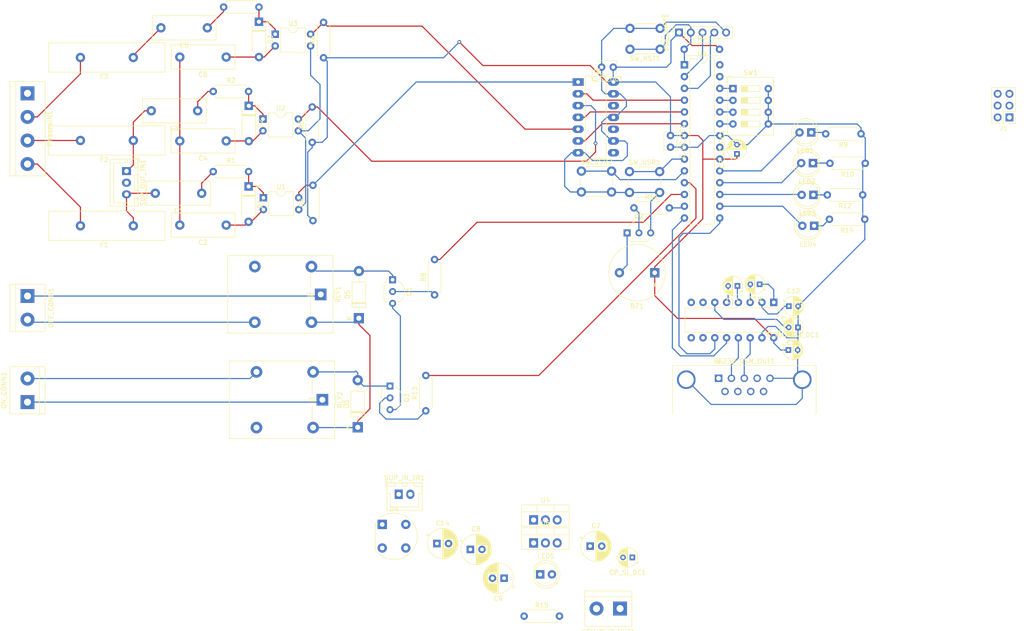
<source format=kicad_pcb>
(kicad_pcb (version 20171130) (host pcbnew "(5.0.0)")
  (layers (0 F.Cu signal) (31 B.Cu signal) (34 B.Paste user) (35 F.Paste user) (36 B.SilkS user) (37 F.SilkS user hide) (38 B.Mask user) (39 F.Mask user) (44 Edge.Cuts user))
  (net 0 "")
  (net 1 VDD)
  (net 2 "Net-(BZ1-Pad2)")
  (net 3 /U)
  (net 4 "Net-(C1-Pad1)")
  (net 5 "Net-(C2-Pad1)")
  (net 6 Earth)
  (net 7 /V)
  (net 8 "Net-(C3-Pad1)")
  (net 9 "Net-(C4-Pad1)")
  (net 10 /W)
  (net 11 "Net-(C5-Pad1)")
  (net 12 "Net-(C6-Pad1)")
  (net 13 VCC)
  (net 14 GNDD)
  (net 15 /+9V)
  (net 16 "Net-(C10-Pad1)")
  (net 17 "Net-(C10-Pad2)")
  (net 18 "Net-(C11-Pad2)")
  (net 19 "Net-(C11-Pad1)")
  (net 20 "Net-(C12-Pad1)")
  (net 21 "Net-(C13-Pad2)")
  (net 22 "Net-(D1-Pad1)")
  (net 23 "Net-(D2-Pad1)")
  (net 24 "Net-(D3-Pad1)")
  (net 25 "Net-(D4-Pad4)")
  (net 26 "Net-(D4-Pad2)")
  (net 27 "Net-(D5-Pad2)")
  (net 28 "Net-(D6-Pad2)")
  (net 29 /~RST)
  (net 30 /dbg_RX_L)
  (net 31 /dbg_TX_L)
  (net 32 "Net-(F1-Pad2)")
  (net 33 "Net-(F2-Pad2)")
  (net 34 "Net-(F3-Pad2)")
  (net 35 /MISO)
  (net 36 /SCK)
  (net 37 /MOSI)
  (net 38 "Net-(LED1-Pad1)")
  (net 39 "Net-(LED2-Pad1)")
  (net 40 "Net-(LED3-Pad1)")
  (net 41 "Net-(LED4-Pad2)")
  (net 42 "Net-(LED4-Pad1)")
  (net 43 "Net-(LED5-Pad1)")
  (net 44 "Net-(OFF_CONN1-Pad2)")
  (net 45 "Net-(OFF_CONN1-Pad1)")
  (net 46 "Net-(ON_CONN1-Pad1)")
  (net 47 "Net-(ON_CONN1-Pad2)")
  (net 48 "Net-(Q1-Pad2)")
  (net 49 "Net-(Q2-Pad2)")
  (net 50 "Net-(Q3-Pad2)")
  (net 51 "Net-(R4-Pad2)")
  (net 52 "Net-(R5-Pad2)")
  (net 53 "Net-(R6-Pad2)")
  (net 54 /rly_OFF)
  (net 55 "Net-(R11-Pad2)")
  (net 56 /rly_ON)
  (net 57 /GSM_RX_H)
  (net 58 /GSM_TX_H)
  (net 59 "Net-(SW_USR1-Pad1)")
  (net 60 "Net-(SW_USR2-Pad1)")
  (net 61 /GSM_TX_L)
  (net 62 /U_LOW)
  (net 63 /V_LOW)
  (net 64 /W_LOW)
  (net 65 /GSM_RX_L)
  (net 66 "Net-(SW1-Pad1)")
  (net 67 "Net-(SW1-Pad2)")
  (net 68 "Net-(SW1-Pad3)")
  (net 69 "Net-(SW1-Pad4)")
  (module Buzzer_Beeper:Buzzer_12x9.5RM7.6 (layer F.Cu) (at 219.2528 21.1328 180)
    (fp_text reference BZ1 (at 3.8 -7.2 180) (layer F.SilkS))
    (fp_text value Buzzer)
    (fp_text user + (at -0.01 -2.54 180) (layer F.SilkS))
    (pad 1 thru_hole rect (at 0 0 180) (size 2 2) (drill 1) (layers *.Cu *.Mask) (net 1 VDD))
    (pad 2 thru_hole circle (at 7.6 0 180) (size 2 2) (drill 1) (layers *.Cu *.Mask) (net 2 "Net-(BZ1-Pad2)"))
  )
  (module Capacitor_THT:C_Rect_L13.5mm_W5.0mm_P10.00mm_FKS3_FKP3_MKS4 (layer F.Cu) (at 121.6152 4.0132 180)
    (fp_text reference C1 (at 5 -3.75 180) (layer F.SilkS))
    (fp_text value "100n/400v POLY")
    (pad 2 thru_hole circle (at 10 0 180) (size 2 2) (drill 1) (layers *.Cu *.Mask) (net 3 /U))
    (pad 1 thru_hole circle (at 0 0 180) (size 2 2) (drill 1) (layers *.Cu *.Mask) (net 4 "Net-(C1-Pad1)"))
  )
  (module Capacitor_THT:C_Rect_L13.5mm_W5.0mm_P10.00mm_FKS3_FKP3_MKS4 (layer F.Cu) (at 126.8984 10.8712 180)
    (fp_text reference C2 (at 5 -3.75 180) (layer F.SilkS))
    (fp_text value "100n/400v POLY")
    (pad 1 thru_hole circle (at 0 0 180) (size 2 2) (drill 1) (layers *.Cu *.Mask) (net 5 "Net-(C2-Pad1)"))
    (pad 2 thru_hole circle (at 10 0 180) (size 2 2) (drill 1) (layers *.Cu *.Mask) (net 6 Earth))
  )
  (module Capacitor_THT:C_Rect_L13.5mm_W5.0mm_P10.00mm_FKS3_FKP3_MKS4 (layer F.Cu) (at 120.7516 -13.7668 180)
    (fp_text reference C3 (at 5 -3.75 180) (layer F.SilkS))
    (fp_text value "100n/400v POLY")
    (pad 2 thru_hole circle (at 10 0 180) (size 2 2) (drill 1) (layers *.Cu *.Mask) (net 7 /V))
    (pad 1 thru_hole circle (at 0 0 180) (size 2 2) (drill 1) (layers *.Cu *.Mask) (net 8 "Net-(C3-Pad1)"))
  )
  (module Capacitor_THT:C_Rect_L13.5mm_W5.0mm_P10.00mm_FKS3_FKP3_MKS4 (layer F.Cu) (at 126.8984 -7.2644 180)
    (fp_text reference C4 (at 5 -3.75 180) (layer F.SilkS))
    (fp_text value "100n/400v POLY")
    (pad 1 thru_hole circle (at 0 0 180) (size 2 2) (drill 1) (layers *.Cu *.Mask) (net 9 "Net-(C4-Pad1)"))
    (pad 2 thru_hole circle (at 10 0 180) (size 2 2) (drill 1) (layers *.Cu *.Mask) (net 6 Earth))
  )
  (module Capacitor_THT:C_Rect_L13.5mm_W5.0mm_P10.00mm_FKS3_FKP3_MKS4 (layer F.Cu) (at 122.8344 -31.6484 180)
    (fp_text reference C5 (at 5 -3.75 180) (layer F.SilkS))
    (fp_text value "100n/400v POLY")
    (pad 2 thru_hole circle (at 10 0 180) (size 2 2) (drill 1) (layers *.Cu *.Mask) (net 10 /W))
    (pad 1 thru_hole circle (at 0 0 180) (size 2 2) (drill 1) (layers *.Cu *.Mask) (net 11 "Net-(C5-Pad1)"))
  )
  (module Capacitor_THT:C_Rect_L13.5mm_W5.0mm_P10.00mm_FKS3_FKP3_MKS4 (layer F.Cu) (at 126.8984 -25.3492 180)
    (fp_text reference C6 (at 5 -3.75 180) (layer F.SilkS))
    (fp_text value "100n/400v POLY")
    (pad 1 thru_hole circle (at 0 0 180) (size 2 2) (drill 1) (layers *.Cu *.Mask) (net 12 "Net-(C6-Pad1)"))
    (pad 2 thru_hole circle (at 10 0 180) (size 2 2) (drill 1) (layers *.Cu *.Mask) (net 6 Earth))
  )
  (module Capacitor_THT:CP_Radial_D6.3mm_P2.50mm (layer F.Cu) (at 205.3336 80.0608)
    (fp_text reference C7 (at 1.25 -4.4) (layer F.SilkS))
    (fp_text value 47u/50v)
    (pad 1 thru_hole rect (at 0 0) (size 1.6 1.6) (drill 0.8) (layers *.Cu *.Mask) (net 13 VCC))
    (pad 2 thru_hole circle (at 2.5 0) (size 1.6 1.6) (drill 0.8) (layers *.Cu *.Mask) (net 14 GNDD))
  )
  (module Capacitor_THT:CP_Radial_D6.3mm_P2.50mm (layer F.Cu) (at 179.5272 80.772)
    (fp_text reference C8 (at 1.25 -4.4) (layer F.SilkS))
    (fp_text value 47u/50v)
    (pad 2 thru_hole circle (at 2.5 0) (size 1.6 1.6) (drill 0.8) (layers *.Cu *.Mask) (net 14 GNDD))
    (pad 1 thru_hole rect (at 0 0) (size 1.6 1.6) (drill 0.8) (layers *.Cu *.Mask) (net 15 /+9V))
  )
  (module Capacitor_THT:CP_Radial_D6.3mm_P2.50mm (layer F.Cu) (at 186.7916 86.9696 180)
    (fp_text reference C9 (at 1.25 -4.4 180) (layer F.SilkS))
    (fp_text value 47u/50v)
    (pad 2 thru_hole circle (at 2.5 0 180) (size 1.6 1.6) (drill 0.8) (layers *.Cu *.Mask) (net 14 GNDD))
    (pad 1 thru_hole rect (at 0 0 180) (size 1.6 1.6) (drill 0.8) (layers *.Cu *.Mask) (net 1 VDD))
  )
  (module Capacitor_THT:CP_Radial_D4.0mm_P2.00mm (layer F.Cu) (at 241.8588 23.622 180)
    (fp_text reference C10 (at 1 -3.25 180) (layer F.SilkS))
    (fp_text value 1u/25v)
    (pad 1 thru_hole rect (at 0 0 180) (size 1.2 1.2) (drill 0.6) (layers *.Cu *.Mask) (net 16 "Net-(C10-Pad1)"))
    (pad 2 thru_hole circle (at 2 0 180) (size 1.2 1.2) (drill 0.6) (layers *.Cu *.Mask) (net 17 "Net-(C10-Pad2)"))
  )
  (module Capacitor_THT:CP_Radial_D4.0mm_P2.00mm (layer F.Cu) (at 237.0836 23.9776 180)
    (fp_text reference C11 (at 1 -3.25 180) (layer F.SilkS))
    (fp_text value 1u/25v)
    (pad 2 thru_hole circle (at 2 0 180) (size 1.2 1.2) (drill 0.6) (layers *.Cu *.Mask) (net 18 "Net-(C11-Pad2)"))
    (pad 1 thru_hole rect (at 0 0 180) (size 1.2 1.2) (drill 0.6) (layers *.Cu *.Mask) (net 19 "Net-(C11-Pad1)"))
  )
  (module Capacitor_THT:CP_Radial_D4.0mm_P2.00mm (layer F.Cu) (at 248.158 28.3464)
    (fp_text reference C12 (at 1 -3.25) (layer F.SilkS))
    (fp_text value 1u/25v)
    (pad 1 thru_hole rect (at 0 0) (size 1.2 1.2) (drill 0.6) (layers *.Cu *.Mask) (net 20 "Net-(C12-Pad1)"))
    (pad 2 thru_hole circle (at 2 0) (size 1.2 1.2) (drill 0.6) (layers *.Cu *.Mask) (net 14 GNDD))
  )
  (module Capacitor_THT:CP_Radial_D4.0mm_P2.00mm (layer F.Cu) (at 250.1392 32.9184 180)
    (fp_text reference C13 (at 1 -3.25 180) (layer F.SilkS))
    (fp_text value 1u/25v)
    (pad 1 thru_hole rect (at 0 0 180) (size 1.2 1.2) (drill 0.6) (layers *.Cu *.Mask) (net 14 GNDD))
    (pad 2 thru_hole circle (at 2 0 180) (size 1.2 1.2) (drill 0.6) (layers *.Cu *.Mask) (net 21 "Net-(C13-Pad2)"))
  )
  (module Capacitor_THT:CP_Radial_D6.3mm_P2.50mm (layer F.Cu) (at 172.3136 79.502)
    (fp_text reference C14 (at 1.25 -4.4) (layer F.SilkS))
    (fp_text value 220u/50v)
    (pad 1 thru_hole rect (at 0 0) (size 1.6 1.6) (drill 0.8) (layers *.Cu *.Mask) (net 13 VCC))
    (pad 2 thru_hole circle (at 2.5 0) (size 1.6 1.6) (drill 0.8) (layers *.Cu *.Mask) (net 14 GNDD))
  )
  (module Capacitor_THT:CP_Radial_D4.0mm_P2.00mm (layer F.Cu) (at 248.0564 37.7952)
    (fp_text reference C_MAX323_DC1 (at 1 -3.25) (layer F.SilkS))
    (fp_text value 1u/25v)
    (pad 1 thru_hole rect (at 0 0) (size 1.2 1.2) (drill 0.6) (layers *.Cu *.Mask) (net 1 VDD))
    (pad 2 thru_hole circle (at 2 0) (size 1.2 1.2) (drill 0.6) (layers *.Cu *.Mask) (net 14 GNDD))
  )
  (module Capacitor_THT:C_Disc_D3.8mm_W2.6mm_P2.50mm (layer F.Cu) (at 210.312 -23.1648 180)
    (fp_text reference C_SI_DC1 (at 1.25 -2.55 180) (layer F.SilkS))
    (fp_text value 0u1/ceramic)
    (pad 2 thru_hole circle (at 2.5 0 180) (size 1.6 1.6) (drill 0.8) (layers *.Cu *.Mask) (net 14 GNDD))
    (pad 1 thru_hole circle (at 0 0 180) (size 1.6 1.6) (drill 0.8) (layers *.Cu *.Mask) (net 1 VDD))
  )
  (module Capacitor_THT:C_Disc_D3.8mm_W2.6mm_P2.50mm (layer F.Cu) (at 222.6564 -8.4328 270)
    (fp_text reference C_uC_DC1 (at 1.25 -2.55 270) (layer F.SilkS))
    (fp_text value 0u1/ceramic)
    (pad 1 thru_hole circle (at 0 0 270) (size 1.6 1.6) (drill 0.8) (layers *.Cu *.Mask) (net 1 VDD))
    (pad 2 thru_hole circle (at 2.5 0 270) (size 1.6 1.6) (drill 0.8) (layers *.Cu *.Mask) (net 14 GNDD))
  )
  (module Capacitor_THT:CP_Radial_D4.0mm_P2.00mm (layer F.Cu) (at 214.4268 82.4992 180)
    (fp_text reference CP_SI_DC1 (at 1 -3.25 180) (layer F.SilkS))
    (fp_text value 1u/25v)
    (pad 2 thru_hole circle (at 2 0 180) (size 1.2 1.2) (drill 0.6) (layers *.Cu *.Mask) (net 14 GNDD))
    (pad 1 thru_hole rect (at 0 0 180) (size 1.2 1.2) (drill 0.6) (layers *.Cu *.Mask) (net 1 VDD))
  )
  (module Capacitor_THT:CP_Radial_D4.0mm_P2.00mm (layer F.Cu) (at 236.982 -4.4704 90)
    (fp_text reference CP_uC_DC1 (at 1 -3.25 90) (layer F.SilkS))
    (fp_text value 1u/25v)
    (pad 2 thru_hole circle (at 2 0 90) (size 1.2 1.2) (drill 0.6) (layers *.Cu *.Mask) (net 14 GNDD))
    (pad 1 thru_hole rect (at 0 0 90) (size 1.2 1.2) (drill 0.6) (layers *.Cu *.Mask) (net 1 VDD))
  )
  (module Diode_THT:D_A-405_P7.62mm_Horizontal (layer F.Cu) (at 131.7244 2.54 270)
    (fp_text reference D1 (at 3.81 -2.47 270) (layer F.SilkS))
    (fp_text value 3v6)
    (fp_text user K (at 0 -1.9 270) (layer F.SilkS))
    (pad 1 thru_hole rect (at 0 0 270) (size 1.8 1.8) (drill 0.9) (layers *.Cu *.Mask) (net 22 "Net-(D1-Pad1)"))
    (pad 2 thru_hole oval (at 7.62 0 270) (size 1.8 1.8) (drill 0.9) (layers *.Cu *.Mask) (net 5 "Net-(C2-Pad1)"))
  )
  (module Diode_THT:D_A-405_P7.62mm_Horizontal (layer F.Cu) (at 131.7752 -14.8336 270)
    (fp_text reference D2 (at 3.81 -2.47 270) (layer F.SilkS))
    (fp_text value 3v6)
    (fp_text user K (at 0 -1.9 270) (layer F.SilkS))
    (pad 2 thru_hole oval (at 7.62 0 270) (size 1.8 1.8) (drill 0.9) (layers *.Cu *.Mask) (net 9 "Net-(C4-Pad1)"))
    (pad 1 thru_hole rect (at 0 0 270) (size 1.8 1.8) (drill 0.9) (layers *.Cu *.Mask) (net 23 "Net-(D2-Pad1)"))
  )
  (module Diode_THT:D_A-405_P7.62mm_Horizontal (layer F.Cu) (at 133.9596 -32.9692 270)
    (fp_text reference D3 (at 3.81 -2.47 270) (layer F.SilkS))
    (fp_text value 3v6)
    (fp_text user K (at 0 -1.9 270) (layer F.SilkS))
    (pad 1 thru_hole rect (at 0 0 270) (size 1.8 1.8) (drill 0.9) (layers *.Cu *.Mask) (net 24 "Net-(D3-Pad1)"))
    (pad 2 thru_hole oval (at 7.62 0 270) (size 1.8 1.8) (drill 0.9) (layers *.Cu *.Mask) (net 12 "Net-(C6-Pad1)"))
  )
  (module Diode_THT:Diode_Bridge_Round_D9.8mm (layer F.Cu) (at 160.528 75.3872)
    (fp_text reference D4 (at 2.54 -3.302) (layer F.SilkS))
    (fp_text value W10G)
    (pad 4 thru_hole oval (at 5.08 0) (size 2 2) (drill 1) (layers *.Cu *.Mask) (net 25 "Net-(D4-Pad4)"))
    (pad 2 thru_hole oval (at 0 5.08) (size 2 2) (drill 1) (layers *.Cu *.Mask) (net 26 "Net-(D4-Pad2)"))
    (pad 3 thru_hole oval (at 5.08 5.08) (size 2 2) (drill 1) (layers *.Cu *.Mask) (net 14 GNDD))
    (pad 1 thru_hole rect (at 0 0) (size 2 2) (drill 1) (layers *.Cu *.Mask) (net 13 VCC))
  )
  (module Diode_THT:D_DO-41_SOD81_P10.16mm_Horizontal (layer F.Cu) (at 155.4988 30.9372 90)
    (fp_text reference D5 (at 5.08 -2.47 90) (layer F.SilkS))
    (fp_text value 1N4007)
    (fp_text user K (at 0 -2.1 90) (layer F.SilkS))
    (pad 1 thru_hole rect (at 0 0 90) (size 2.2 2.2) (drill 1.1) (layers *.Cu *.Mask) (net 15 /+9V))
    (pad 2 thru_hole oval (at 10.16 0 90) (size 2.2 2.2) (drill 1.1) (layers *.Cu *.Mask) (net 27 "Net-(D5-Pad2)"))
  )
  (module Diode_THT:D_DO-41_SOD81_P10.16mm_Horizontal (layer F.Cu) (at 155.2448 54.4576 90)
    (fp_text reference D6 (at 5.08 -2.47 90) (layer F.SilkS))
    (fp_text value 1N4007)
    (fp_text user K (at 0 -2.1 90) (layer F.SilkS))
    (pad 2 thru_hole oval (at 10.16 0 90) (size 2.2 2.2) (drill 1.1) (layers *.Cu *.Mask) (net 28 "Net-(D6-Pad2)"))
    (pad 1 thru_hole rect (at 0 0 90) (size 2.2 2.2) (drill 1.1) (layers *.Cu *.Mask) (net 15 /+9V))
  )
  (module Connector_PinSocket_2.54mm:PinSocket_1x05_P2.54mm_Vertical (layer F.Cu) (at 224.4852 -30.6324 90)
    (fp_text reference dbg_UART~1 (at 0 -2.77 90) (layer F.SilkS))
    (fp_text value DNP)
    (pad 1 thru_hole rect (at 0 0 90) (size 1.7 1.7) (drill 1) (layers *.Cu *.Mask) (net 1 VDD))
    (pad 2 thru_hole oval (at 0 2.54 90) (size 1.7 1.7) (drill 1) (layers *.Cu *.Mask) (net 29 /~RST))
    (pad 3 thru_hole oval (at 0 5.08 90) (size 1.7 1.7) (drill 1) (layers *.Cu *.Mask) (net 30 /dbg_RX_L))
    (pad 4 thru_hole oval (at 0 7.62 90) (size 1.7 1.7) (drill 1) (layers *.Cu *.Mask) (net 31 /dbg_TX_L))
    (pad 5 thru_hole oval (at 0 10.16 90) (size 1.7 1.7) (drill 1) (layers *.Cu *.Mask) (net 14 GNDD))
  )
  (module Fuse:Fuse_Littelfuse-LVR200 (layer F.Cu) (at 106.8832 11.0236 180)
    (fp_text reference F1 (at 6.3 -4.1 180) (layer F.SilkS))
    (fp_text value "600v/1A polyfuse")
    (pad 1 thru_hole circle (at 0 0 180) (size 2 2) (drill 1) (layers *.Cu *.Mask) (net 3 /U))
    (pad 2 thru_hole circle (at 11.4 0 180) (size 2 2) (drill 1) (layers *.Cu *.Mask) (net 32 "Net-(F1-Pad2)"))
  )
  (module Fuse:Fuse_Littelfuse-LVR200 (layer F.Cu) (at 106.8832 -7.366 180)
    (fp_text reference F2 (at 6.3 -4.1 180) (layer F.SilkS))
    (fp_text value "600v/1A polyfuse")
    (pad 2 thru_hole circle (at 11.4 0 180) (size 2 2) (drill 1) (layers *.Cu *.Mask) (net 33 "Net-(F2-Pad2)"))
    (pad 1 thru_hole circle (at 0 0 180) (size 2 2) (drill 1) (layers *.Cu *.Mask) (net 7 /V))
  )
  (module Fuse:Fuse_Littelfuse-LVR200 (layer F.Cu) (at 106.8832 -25.2476 180)
    (fp_text reference F3 (at 6.3 -4.1 180) (layer F.SilkS))
    (fp_text value "600v/1A polyfuse")
    (pad 1 thru_hole circle (at 0 0 180) (size 2 2) (drill 1) (layers *.Cu *.Mask) (net 10 /W))
    (pad 2 thru_hole circle (at 11.4 0 180) (size 2 2) (drill 1) (layers *.Cu *.Mask) (net 34 "Net-(F3-Pad2)"))
  )
  (module TerminalBlock:TerminalBlock_bornier-2_P5.08mm (layer F.Cu) (at 211.7852 93.5228 180)
    (fp_text reference GSM_PWR_OUT1 (at 2.54 -5.08 180) (layer F.SilkS))
    (fp_text value "2PIN_Phoenix Conn")
    (pad 1 thru_hole rect (at 0 0 180) (size 3 3) (drill 1.52) (layers *.Cu *.Mask) (net 15 /+9V))
    (pad 2 thru_hole circle (at 5.08 0 180) (size 3 3) (drill 1.52) (layers *.Cu *.Mask) (net 14 GNDD))
  )
  (module Connector_PinHeader_2.54mm:PinHeader_2x03_P2.54mm_Vertical (layer F.Cu) (at 295.7068 -12.3444 180)
    (fp_text reference J1 (at 1.27 -2.33 180) (layer F.SilkS))
    (fp_text value AVR-ISP-6)
    (pad 1 thru_hole rect (at 0 0 180) (size 1.7 1.7) (drill 1) (layers *.Cu *.Mask) (net 35 /MISO))
    (pad 2 thru_hole oval (at 2.54 0 180) (size 1.7 1.7) (drill 1) (layers *.Cu *.Mask) (net 1 VDD))
    (pad 3 thru_hole oval (at 0 2.54 180) (size 1.7 1.7) (drill 1) (layers *.Cu *.Mask) (net 36 /SCK))
    (pad 4 thru_hole oval (at 2.54 2.54 180) (size 1.7 1.7) (drill 1) (layers *.Cu *.Mask) (net 37 /MOSI))
    (pad 5 thru_hole oval (at 0 5.08 180) (size 1.7 1.7) (drill 1) (layers *.Cu *.Mask) (net 29 /~RST))
    (pad 6 thru_hole oval (at 2.54 5.08 180) (size 1.7 1.7) (drill 1) (layers *.Cu *.Mask) (net 14 GNDD))
  )
  (module LED_THT:LED_D5.0mm (layer F.Cu) (at 253.006136 -9.098234 180)
    (fp_text reference LED1 (at 1.27 -3.96 180) (layer F.SilkS))
    (fp_text value LED_5mm_YELLOW)
    (pad 1 thru_hole rect (at 0 0 180) (size 1.8 1.8) (drill 0.9) (layers *.Cu *.Mask) (net 38 "Net-(LED1-Pad1)"))
    (pad 2 thru_hole circle (at 2.54 0 180) (size 1.8 1.8) (drill 0.9) (layers *.Cu *.Mask) (net 36 /SCK))
  )
  (module LED_THT:LED_D5.0mm (layer F.Cu) (at 253.361736 -2.494234 180)
    (fp_text reference LED2 (at 1.27 -3.96 180) (layer F.SilkS))
    (fp_text value LED_5mm_GREEN)
    (pad 1 thru_hole rect (at 0 0 180) (size 1.8 1.8) (drill 0.9) (layers *.Cu *.Mask) (net 39 "Net-(LED2-Pad1)"))
    (pad 2 thru_hole circle (at 2.54 0 180) (size 1.8 1.8) (drill 0.9) (layers *.Cu *.Mask) (net 35 /MISO))
  )
  (module LED_THT:LED_D5.0mm (layer F.Cu) (at 253.463336 4.363766 180)
    (fp_text reference LED3 (at 1.27 -3.96 180) (layer F.SilkS))
    (fp_text value LED_5mm_RED)
    (pad 1 thru_hole rect (at 0 0 180) (size 1.8 1.8) (drill 0.9) (layers *.Cu *.Mask) (net 40 "Net-(LED3-Pad1)"))
    (pad 2 thru_hole circle (at 2.54 0 180) (size 1.8 1.8) (drill 0.9) (layers *.Cu *.Mask) (net 37 /MOSI))
  )
  (module LED_THT:LED_D5.0mm (layer F.Cu) (at 253.610206 11.030053 180)
    (fp_text reference LED4 (at 1.27 -3.96 180) (layer F.SilkS))
    (fp_text value LED_5mm_GREEN)
    (pad 2 thru_hole circle (at 2.54 0 180) (size 1.8 1.8) (drill 0.9) (layers *.Cu *.Mask) (net 41 "Net-(LED4-Pad2)"))
    (pad 1 thru_hole rect (at 0 0 180) (size 1.8 1.8) (drill 0.9) (layers *.Cu *.Mask) (net 42 "Net-(LED4-Pad1)"))
  )
  (module LED_THT:LED_D5.0mm (layer F.Cu) (at 194.564 86.1568)
    (fp_text reference LED5 (at 1.27 -3.96) (layer F.SilkS))
    (fp_text value LED_5mm_RED)
    (pad 2 thru_hole circle (at 2.54 0) (size 1.8 1.8) (drill 0.9) (layers *.Cu *.Mask) (net 1 VDD))
    (pad 1 thru_hole rect (at 0 0) (size 1.8 1.8) (drill 0.9) (layers *.Cu *.Mask) (net 43 "Net-(LED5-Pad1)"))
  )
  (module TerminalBlock:TerminalBlock_bornier-2_P5.08mm (layer F.Cu) (at 84.074 26.162 270)
    (fp_text reference OFF_CONN1 (at 2.54 -5.08 270) (layer F.SilkS))
    (fp_text value "2PIN_Phoenix Conn")
    (pad 2 thru_hole circle (at 5.08 0 270) (size 3 3) (drill 1.52) (layers *.Cu *.Mask) (net 44 "Net-(OFF_CONN1-Pad2)"))
    (pad 1 thru_hole rect (at 0 0 270) (size 3 3) (drill 1.52) (layers *.Cu *.Mask) (net 45 "Net-(OFF_CONN1-Pad1)"))
  )
  (module TerminalBlock:TerminalBlock_bornier-2_P5.08mm (layer F.Cu) (at 84.074 49.022 90)
    (fp_text reference ON_CONN1 (at 2.54 -5.08 90) (layer F.SilkS))
    (fp_text value "2PIN_Phoenix Conn")
    (pad 1 thru_hole rect (at 0 0 90) (size 3 3) (drill 1.52) (layers *.Cu *.Mask) (net 46 "Net-(ON_CONN1-Pad1)"))
    (pad 2 thru_hole circle (at 5.08 0 90) (size 3 3) (drill 1.52) (layers *.Cu *.Mask) (net 47 "Net-(ON_CONN1-Pad2)"))
  )
  (module TerminalBlock:TerminalBlock_bornier-4_P5.08mm (layer F.Cu) (at 84.074 -17.526 270)
    (fp_text reference PhasesIN~1 (at 7.6 -4.8 270) (layer F.SilkS))
    (fp_text value "4 PIN_Phoenix Conn")
    (pad 2 thru_hole circle (at 5.08 0 270) (size 3 3) (drill 1.52) (layers *.Cu *.Mask) (net 34 "Net-(F3-Pad2)"))
    (pad 3 thru_hole circle (at 10.16 0 270) (size 3 3) (drill 1.52) (layers *.Cu *.Mask) (net 33 "Net-(F2-Pad2)"))
    (pad 1 thru_hole rect (at 0 0 270) (size 3 3) (drill 1.52) (layers *.Cu *.Mask) (net 6 Earth))
    (pad 4 thru_hole circle (at 15.24 0 270) (size 3 3) (drill 1.52) (layers *.Cu *.Mask) (net 32 "Net-(F1-Pad2)"))
  )
  (module Package_TO_SOT_THT:TO-92_Inline_Wide (layer F.Cu) (at 162.7632 22.6568 270)
    (fp_text reference Q1 (at 2.54 -3.56 270) (layer F.SilkS))
    (fp_text value BC547)
    (pad 2 thru_hole circle (at 2.54 0) (size 1.5 1.5) (drill 0.8) (layers *.Cu *.Mask) (net 48 "Net-(Q1-Pad2)"))
    (pad 3 thru_hole circle (at 5.08 0) (size 1.5 1.5) (drill 0.8) (layers *.Cu *.Mask) (net 14 GNDD))
    (pad 1 thru_hole rect (at 0 0) (size 1.5 1.5) (drill 0.8) (layers *.Cu *.Mask) (net 27 "Net-(D5-Pad2)"))
  )
  (module Package_TO_SOT_THT:TO-92_Inline_Wide (layer F.Cu) (at 213.3092 12.5476)
    (fp_text reference Q2 (at 2.54 -3.56) (layer F.SilkS))
    (fp_text value BC547)
    (pad 1 thru_hole rect (at 0 0 90) (size 1.5 1.5) (drill 0.8) (layers *.Cu *.Mask) (net 2 "Net-(BZ1-Pad2)"))
    (pad 3 thru_hole circle (at 5.08 0 90) (size 1.5 1.5) (drill 0.8) (layers *.Cu *.Mask) (net 14 GNDD))
    (pad 2 thru_hole circle (at 2.54 0 90) (size 1.5 1.5) (drill 0.8) (layers *.Cu *.Mask) (net 49 "Net-(Q2-Pad2)"))
  )
  (module Package_TO_SOT_THT:TO-92_Inline_Wide (layer F.Cu) (at 162.2044 45.5676 270)
    (fp_text reference Q3 (at 2.54 -3.56 270) (layer F.SilkS))
    (fp_text value BC547)
    (pad 2 thru_hole circle (at 2.54 0) (size 1.5 1.5) (drill 0.8) (layers *.Cu *.Mask) (net 50 "Net-(Q3-Pad2)"))
    (pad 3 thru_hole circle (at 5.08 0) (size 1.5 1.5) (drill 0.8) (layers *.Cu *.Mask) (net 14 GNDD))
    (pad 1 thru_hole rect (at 0 0) (size 1.5 1.5) (drill 0.8) (layers *.Cu *.Mask) (net 28 "Net-(D6-Pad2)"))
  )
  (module Resistor_THT:R_Axial_DIN0207_L6.3mm_D2.5mm_P7.62mm_Horizontal (layer F.Cu) (at 145.5928 9.906 90)
    (fp_text reference R4 (at 3.81 -2.37 90) (layer F.SilkS))
    (fp_text value 330)
    (pad 2 thru_hole oval (at 7.62 0 90) (size 1.6 1.6) (drill 0.8) (layers *.Cu *.Mask) (net 51 "Net-(R4-Pad2)"))
    (pad 1 thru_hole circle (at 0 0 90) (size 1.6 1.6) (drill 0.8) (layers *.Cu *.Mask) (net 1 VDD))
  )
  (module Resistor_THT:R_Axial_DIN0207_L6.3mm_D2.5mm_P7.62mm_Horizontal (layer F.Cu) (at 145.4404 -6.9596 90)
    (fp_text reference R5 (at 3.81 -2.37 90) (layer F.SilkS))
    (fp_text value 330)
    (pad 1 thru_hole circle (at 0 0 90) (size 1.6 1.6) (drill 0.8) (layers *.Cu *.Mask) (net 1 VDD))
    (pad 2 thru_hole oval (at 7.62 0 90) (size 1.6 1.6) (drill 0.8) (layers *.Cu *.Mask) (net 52 "Net-(R5-Pad2)"))
  )
  (module Resistor_THT:R_Axial_DIN0207_L6.3mm_D2.5mm_P7.62mm_Horizontal (layer F.Cu) (at 147.8788 -25.1968 90)
    (fp_text reference R6 (at 3.81 -2.37 90) (layer F.SilkS))
    (fp_text value 330)
    (pad 2 thru_hole oval (at 7.62 0 90) (size 1.6 1.6) (drill 0.8) (layers *.Cu *.Mask) (net 53 "Net-(R6-Pad2)"))
    (pad 1 thru_hole circle (at 0 0 90) (size 1.6 1.6) (drill 0.8) (layers *.Cu *.Mask) (net 1 VDD))
  )
  (module Resistor_THT:R_Axial_DIN0207_L6.3mm_D2.5mm_P7.62mm_Horizontal (layer F.Cu) (at 225.6028 -27.0256)
    (fp_text reference R7 (at 3.81 -2.37) (layer F.SilkS))
    (fp_text value 10K)
    (pad 2 thru_hole oval (at 7.62 0) (size 1.6 1.6) (drill 0.8) (layers *.Cu *.Mask) (net 1 VDD))
    (pad 1 thru_hole circle (at 0 0) (size 1.6 1.6) (drill 0.8) (layers *.Cu *.Mask) (net 29 /~RST))
  )
  (module Resistor_THT:R_Axial_DIN0207_L6.3mm_D2.5mm_P7.62mm_Horizontal (layer F.Cu) (at 171.8056 25.908 90)
    (fp_text reference R8 (at 3.81 -2.37 90) (layer F.SilkS))
    (fp_text value 330)
    (pad 1 thru_hole circle (at 0 0 90) (size 1.6 1.6) (drill 0.8) (layers *.Cu *.Mask) (net 48 "Net-(Q1-Pad2)"))
    (pad 2 thru_hole oval (at 7.62 0 90) (size 1.6 1.6) (drill 0.8) (layers *.Cu *.Mask) (net 54 /rly_OFF))
  )
  (module Resistor_THT:R_Axial_DIN0207_L6.3mm_D2.5mm_P7.62mm_Horizontal (layer F.Cu) (at 263.724936 -8.793434 180)
    (fp_text reference R9 (at 3.81 -2.37 180) (layer F.SilkS))
    (fp_text value 330)
    (pad 1 thru_hole circle (at 0 0 180) (size 1.6 1.6) (drill 0.8) (layers *.Cu *.Mask) (net 14 GNDD))
    (pad 2 thru_hole oval (at 7.62 0 180) (size 1.6 1.6) (drill 0.8) (layers *.Cu *.Mask) (net 38 "Net-(LED1-Pad1)"))
  )
  (module Resistor_THT:R_Axial_DIN0207_L6.3mm_D2.5mm_P7.62mm_Horizontal (layer F.Cu) (at 264.639336 -2.443434 180)
    (fp_text reference R10 (at 3.81 -2.37 180) (layer F.SilkS))
    (fp_text value 330)
    (pad 2 thru_hole oval (at 7.62 0 180) (size 1.6 1.6) (drill 0.8) (layers *.Cu *.Mask) (net 39 "Net-(LED2-Pad1)"))
    (pad 1 thru_hole circle (at 0 0 180) (size 1.6 1.6) (drill 0.8) (layers *.Cu *.Mask) (net 14 GNDD))
  )
  (module Resistor_THT:R_Axial_DIN0207_L6.3mm_D2.5mm_P7.62mm_Horizontal (layer F.Cu) (at 214.7824 7.1628)
    (fp_text reference R11 (at 3.81 -2.37) (layer F.SilkS))
    (fp_text value 330)
    (pad 1 thru_hole circle (at 0 0) (size 1.6 1.6) (drill 0.8) (layers *.Cu *.Mask) (net 49 "Net-(Q2-Pad2)"))
    (pad 2 thru_hole oval (at 7.62 0) (size 1.6 1.6) (drill 0.8) (layers *.Cu *.Mask) (net 55 "Net-(R11-Pad2)"))
  )
  (module Resistor_THT:R_Axial_DIN0207_L6.3mm_D2.5mm_P7.62mm_Horizontal (layer F.Cu) (at 264.080536 4.363766 180)
    (fp_text reference R12 (at 3.81 -2.37 180) (layer F.SilkS))
    (fp_text value 330)
    (pad 1 thru_hole circle (at 0 0 180) (size 1.6 1.6) (drill 0.8) (layers *.Cu *.Mask) (net 14 GNDD))
    (pad 2 thru_hole oval (at 7.62 0 180) (size 1.6 1.6) (drill 0.8) (layers *.Cu *.Mask) (net 40 "Net-(LED3-Pad1)"))
  )
  (module Resistor_THT:R_Axial_DIN0207_L6.3mm_D2.5mm_P7.62mm_Horizontal (layer F.Cu) (at 169.926 50.9016 90)
    (fp_text reference R13 (at 3.81 -2.37 90) (layer F.SilkS))
    (fp_text value 330)
    (pad 1 thru_hole circle (at 0 0 90) (size 1.6 1.6) (drill 0.8) (layers *.Cu *.Mask) (net 50 "Net-(Q3-Pad2)"))
    (pad 2 thru_hole oval (at 7.62 0 90) (size 1.6 1.6) (drill 0.8) (layers *.Cu *.Mask) (net 56 /rly_ON))
  )
  (module Resistor_THT:R_Axial_DIN0207_L6.3mm_D2.5mm_P7.62mm_Horizontal (layer F.Cu) (at 264.532206 9.607653 180)
    (fp_text reference R14 (at 3.81 -2.37 180) (layer F.SilkS))
    (fp_text value 330)
    (pad 2 thru_hole oval (at 7.62 0 180) (size 1.6 1.6) (drill 0.8) (layers *.Cu *.Mask) (net 42 "Net-(LED4-Pad1)"))
    (pad 1 thru_hole circle (at 0 0 180) (size 1.6 1.6) (drill 0.8) (layers *.Cu *.Mask) (net 14 GNDD))
  )
  (module Resistor_THT:R_Axial_DIN0207_L6.3mm_D2.5mm_P7.62mm_Horizontal (layer F.Cu) (at 191.1096 95.1484)
    (fp_text reference R15 (at 3.81 -2.37) (layer F.SilkS))
    (fp_text value 330)
    (pad 2 thru_hole oval (at 7.62 0) (size 1.6 1.6) (drill 0.8) (layers *.Cu *.Mask) (net 43 "Net-(LED5-Pad1)"))
    (pad 1 thru_hole circle (at 0 0) (size 1.6 1.6) (drill 0.8) (layers *.Cu *.Mask) (net 14 GNDD))
  )
  (module Relay_THT:Relay_SPDT_Omron-G5LE-1 (layer F.Cu) (at 147.2692 25.8064 270)
    (fp_text reference RLY1 (at 0 -3.8 270) (layer F.SilkS))
    (fp_text value "9V_coil/250V|7A (RAS-0910)")
    (pad 1 thru_hole rect (at 0 0 270) (size 2.5 2.5) (drill 1.3) (layers *.Cu *.Mask) (net 45 "Net-(OFF_CONN1-Pad1)"))
    (pad 2 thru_hole oval (at -6 2 270) (size 2.5 2.5) (drill 1.3) (layers *.Cu *.Mask) (net 27 "Net-(D5-Pad2)"))
    (pad 3 thru_hole oval (at -6 14.2 270) (size 2.5 2.5) (drill 1.3) (layers *.Cu *.Mask))
    (pad 4 thru_hole oval (at 6 14.2 270) (size 2.5 2.5) (drill 1.3) (layers *.Cu *.Mask) (net 44 "Net-(OFF_CONN1-Pad2)"))
    (pad 5 thru_hole oval (at 6 2 270) (size 2.5 2.5) (drill 1.3) (layers *.Cu *.Mask) (net 15 /+9V))
  )
  (module Relay_THT:Relay_SPDT_Omron-G5LE-1 (layer F.Cu) (at 147.6248 48.514 270)
    (fp_text reference RLY2 (at 0 -3.8 270) (layer F.SilkS))
    (fp_text value "9V_coil/250V|7A (RAS-0910)")
    (pad 5 thru_hole oval (at 6 2 270) (size 2.5 2.5) (drill 1.3) (layers *.Cu *.Mask) (net 15 /+9V))
    (pad 4 thru_hole oval (at 6 14.2 270) (size 2.5 2.5) (drill 1.3) (layers *.Cu *.Mask))
    (pad 3 thru_hole oval (at -6 14.2 270) (size 2.5 2.5) (drill 1.3) (layers *.Cu *.Mask) (net 47 "Net-(ON_CONN1-Pad2)"))
    (pad 2 thru_hole oval (at -6 2 270) (size 2.5 2.5) (drill 1.3) (layers *.Cu *.Mask) (net 28 "Net-(D6-Pad2)"))
    (pad 1 thru_hole rect (at 0 0 270) (size 2.5 2.5) (drill 1.3) (layers *.Cu *.Mask) (net 46 "Net-(ON_CONN1-Pad1)"))
  )
  (module Connector_Dsub:DSUB-9_Male_Horizontal_P2.77x2.84mm_EdgePinOffset4.94mm_Housed_MountingHolesOffset7.48mm (layer F.Cu) (at 233.0196 43.8912)
    (fp_text reference RS232_GSM_OUT1 (at 5.54 -3.7) (layer F.SilkS))
    (fp_text value DB9_Male_PCBMOUNT)
    (pad 1 thru_hole rect (at 0 0) (size 1.6 1.6) (drill 1) (layers *.Cu *.Mask))
    (pad 2 thru_hole circle (at 2.77 0) (size 1.6 1.6) (drill 1) (layers *.Cu *.Mask) (net 57 /GSM_RX_H))
    (pad 3 thru_hole circle (at 5.54 0) (size 1.6 1.6) (drill 1) (layers *.Cu *.Mask) (net 58 /GSM_TX_H))
    (pad 4 thru_hole circle (at 8.31 0) (size 1.6 1.6) (drill 1) (layers *.Cu *.Mask))
    (pad 5 thru_hole circle (at 11.08 0) (size 1.6 1.6) (drill 1) (layers *.Cu *.Mask) (net 14 GNDD))
    (pad 6 thru_hole circle (at 1.385 2.84) (size 1.6 1.6) (drill 1) (layers *.Cu *.Mask))
    (pad 7 thru_hole circle (at 4.155 2.84) (size 1.6 1.6) (drill 1) (layers *.Cu *.Mask))
    (pad 8 thru_hole circle (at 6.925 2.84) (size 1.6 1.6) (drill 1) (layers *.Cu *.Mask))
    (pad 9 thru_hole circle (at 9.695 2.84) (size 1.6 1.6) (drill 1) (layers *.Cu *.Mask))
    (pad 0 thru_hole circle (at -6.96 0.3) (size 4 4) (drill 3.2) (layers *.Cu *.Mask) (net 14 GNDD))
    (pad 0 thru_hole circle (at 18.04 0.3) (size 4 4) (drill 3.2) (layers *.Cu *.Mask) (net 14 GNDD))
  )
  (module Connector_JST:JST_XH_B02B-XH-A_1x02_P2.50mm_Vertical (layer F.Cu) (at 164.084 68.8848)
    (fp_text reference SUP_IN_TR1 (at 1.25 -3.55) (layer F.SilkS))
    (fp_text value "Relimate 2 pin")
    (pad 2 thru_hole oval (at 2.5 0) (size 1.7 2) (drill 1) (layers *.Cu *.Mask) (net 26 "Net-(D4-Pad2)"))
    (pad 1 thru_hole rect (at 0 0) (size 1.7 2) (drill 1) (layers *.Cu *.Mask) (net 25 "Net-(D4-Pad4)"))
  )
  (module Button_Switch_THT:SW_DIP_SPSTx04_Slide_9.78x12.34mm_W7.62mm_P2.54mm (layer F.Cu) (at 236.1184 -18.542)
    (fp_text reference SW1 (at 3.81 -3.42) (layer F.SilkS))
    (fp_text value SW_DIP_x04)
    (pad 1 thru_hole rect (at 0 0) (size 1.6 1.6) (drill 0.8) (layers *.Cu *.Mask) (net 66 "Net-(SW1-Pad1)"))
    (pad 5 thru_hole oval (at 7.62 7.62) (size 1.6 1.6) (drill 0.8) (layers *.Cu *.Mask) (net 14 GNDD))
    (pad 2 thru_hole oval (at 0 2.54) (size 1.6 1.6) (drill 0.8) (layers *.Cu *.Mask) (net 67 "Net-(SW1-Pad2)"))
    (pad 6 thru_hole oval (at 7.62 5.08) (size 1.6 1.6) (drill 0.8) (layers *.Cu *.Mask) (net 14 GNDD))
    (pad 3 thru_hole oval (at 0 5.08) (size 1.6 1.6) (drill 0.8) (layers *.Cu *.Mask) (net 68 "Net-(SW1-Pad3)"))
    (pad 7 thru_hole oval (at 7.62 2.54) (size 1.6 1.6) (drill 0.8) (layers *.Cu *.Mask) (net 14 GNDD))
    (pad 4 thru_hole oval (at 0 7.62) (size 1.6 1.6) (drill 0.8) (layers *.Cu *.Mask) (net 69 "Net-(SW1-Pad4)"))
    (pad 8 thru_hole oval (at 7.62 0) (size 1.6 1.6) (drill 0.8) (layers *.Cu *.Mask) (net 14 GNDD))
  )
  (module Button_Switch_THT:SW_PUSH_6mm_H5mm (layer F.Cu) (at 220.4212 -27.0256 180)
    (fp_text reference SW_RST1 (at 3.25 -2 180) (layer F.SilkS))
    (fp_text value MX3)
    (pad 2 thru_hole circle (at 0 4.5 270) (size 2 2) (drill 1.1) (layers *.Cu *.Mask) (net 14 GNDD))
    (pad 1 thru_hole circle (at 0 0 270) (size 2 2) (drill 1.1) (layers *.Cu *.Mask) (net 29 /~RST))
    (pad 2 thru_hole circle (at 6.5 4.5 270) (size 2 2) (drill 1.1) (layers *.Cu *.Mask) (net 14 GNDD))
    (pad 1 thru_hole circle (at 6.5 0 270) (size 2 2) (drill 1.1) (layers *.Cu *.Mask) (net 29 /~RST))
  )
  (module Button_Switch_THT:SW_PUSH_6mm_H5mm (layer F.Cu) (at 213.8172 -0.6604)
    (fp_text reference SW_USR1 (at 3.25 -2) (layer F.SilkS))
    (fp_text value MX3)
    (pad 2 thru_hole circle (at 0 4.5 90) (size 2 2) (drill 1.1) (layers *.Cu *.Mask) (net 14 GNDD))
    (pad 1 thru_hole circle (at 0 0 90) (size 2 2) (drill 1.1) (layers *.Cu *.Mask) (net 59 "Net-(SW_USR1-Pad1)"))
    (pad 2 thru_hole circle (at 6.5 4.5 90) (size 2 2) (drill 1.1) (layers *.Cu *.Mask) (net 14 GNDD))
    (pad 1 thru_hole circle (at 6.5 0 90) (size 2 2) (drill 1.1) (layers *.Cu *.Mask) (net 59 "Net-(SW_USR1-Pad1)"))
  )
  (module Button_Switch_THT:SW_PUSH_6mm_H5mm (layer F.Cu) (at 203.454 -0.762)
    (fp_text reference SW_USR2 (at 3.25 -2) (layer F.SilkS))
    (fp_text value MX3)
    (pad 1 thru_hole circle (at 6.5 0 90) (size 2 2) (drill 1.1) (layers *.Cu *.Mask) (net 60 "Net-(SW_USR2-Pad1)"))
    (pad 2 thru_hole circle (at 6.5 4.5 90) (size 2 2) (drill 1.1) (layers *.Cu *.Mask) (net 14 GNDD))
    (pad 1 thru_hole circle (at 0 0 90) (size 2 2) (drill 1.1) (layers *.Cu *.Mask) (net 60 "Net-(SW_USR2-Pad1)"))
    (pad 2 thru_hole circle (at 0 4.5 90) (size 2 2) (drill 1.1) (layers *.Cu *.Mask) (net 14 GNDD))
  )
  (module Package_DIP:DIP-4_W7.62mm (layer F.Cu) (at 134.919401 4.978601)
    (fp_text reference U1 (at 3.81 -2.33) (layer F.SilkS))
    (fp_text value PC817)
    (pad 1 thru_hole rect (at 0 0) (size 1.6 1.6) (drill 0.8) (layers *.Cu *.Mask) (net 22 "Net-(D1-Pad1)"))
    (pad 3 thru_hole oval (at 7.62 2.54) (size 1.6 1.6) (drill 0.8) (layers *.Cu *.Mask) (net 14 GNDD))
    (pad 2 thru_hole oval (at 0 2.54) (size 1.6 1.6) (drill 0.8) (layers *.Cu *.Mask) (net 5 "Net-(C2-Pad1)"))
    (pad 4 thru_hole oval (at 7.62 0) (size 1.6 1.6) (drill 0.8) (layers *.Cu *.Mask) (net 51 "Net-(R4-Pad2)"))
  )
  (module Package_DIP:DIP-4_W7.62mm (layer F.Cu) (at 134.8232 -11.9888)
    (fp_text reference U2 (at 3.81 -2.33) (layer F.SilkS))
    (fp_text value PC817)
    (pad 4 thru_hole oval (at 7.62 0) (size 1.6 1.6) (drill 0.8) (layers *.Cu *.Mask) (net 52 "Net-(R5-Pad2)"))
    (pad 2 thru_hole oval (at 0 2.54) (size 1.6 1.6) (drill 0.8) (layers *.Cu *.Mask) (net 9 "Net-(C4-Pad1)"))
    (pad 3 thru_hole oval (at 7.62 2.54) (size 1.6 1.6) (drill 0.8) (layers *.Cu *.Mask) (net 14 GNDD))
    (pad 1 thru_hole rect (at 0 0) (size 1.6 1.6) (drill 0.8) (layers *.Cu *.Mask) (net 23 "Net-(D2-Pad1)"))
  )
  (module Package_DIP:DIP-4_W7.62mm (layer F.Cu) (at 137.4648 -30.2768)
    (fp_text reference U3 (at 3.81 -2.33) (layer F.SilkS))
    (fp_text value PC817)
    (pad 1 thru_hole rect (at 0 0) (size 1.6 1.6) (drill 0.8) (layers *.Cu *.Mask) (net 24 "Net-(D3-Pad1)"))
    (pad 3 thru_hole oval (at 7.62 2.54) (size 1.6 1.6) (drill 0.8) (layers *.Cu *.Mask) (net 14 GNDD))
    (pad 2 thru_hole oval (at 0 2.54) (size 1.6 1.6) (drill 0.8) (layers *.Cu *.Mask) (net 12 "Net-(C6-Pad1)"))
    (pad 4 thru_hole oval (at 7.62 0) (size 1.6 1.6) (drill 0.8) (layers *.Cu *.Mask) (net 53 "Net-(R6-Pad2)"))
  )
  (module Package_TO_SOT_THT:TO-220-3_Vertical (layer F.Cu) (at 193.158601 74.418201)
    (fp_text reference U4 (at 2.54 -4.27) (layer F.SilkS))
    (fp_text value LM7809_TO220)
    (pad 1 thru_hole rect (at 0 0) (size 1.905 2) (drill 1.1) (layers *.Cu *.Mask) (net 13 VCC))
    (pad 2 thru_hole oval (at 2.54 0) (size 1.905 2) (drill 1.1) (layers *.Cu *.Mask) (net 14 GNDD))
    (pad 3 thru_hole oval (at 5.08 0) (size 1.905 2) (drill 1.1) (layers *.Cu *.Mask) (net 15 /+9V))
  )
  (module Package_DIP:DIP-28_W7.62mm (layer F.Cu) (at 225.661001 -23.672599)
    (fp_text reference U5 (at 3.81 -2.33) (layer F.SilkS))
    (fp_text value ATmega328P-PU)
    (pad 1 thru_hole rect (at 0 0) (size 1.6 1.6) (drill 0.8) (layers *.Cu *.Mask) (net 29 /~RST))
    (pad 15 thru_hole oval (at 7.62 33.02) (size 1.6 1.6) (drill 0.8) (layers *.Cu *.Mask) (net 61 /GSM_TX_L))
    (pad 2 thru_hole oval (at 0 2.54) (size 1.6 1.6) (drill 0.8) (layers *.Cu *.Mask) (net 30 /dbg_RX_L))
    (pad 16 thru_hole oval (at 7.62 30.48) (size 1.6 1.6) (drill 0.8) (layers *.Cu *.Mask) (net 41 "Net-(LED4-Pad2)"))
    (pad 3 thru_hole oval (at 0 5.08) (size 1.6 1.6) (drill 0.8) (layers *.Cu *.Mask) (net 31 /dbg_TX_L))
    (pad 17 thru_hole oval (at 7.62 27.94) (size 1.6 1.6) (drill 0.8) (layers *.Cu *.Mask) (net 37 /MOSI))
    (pad 4 thru_hole oval (at 0 7.62) (size 1.6 1.6) (drill 0.8) (layers *.Cu *.Mask) (net 62 /U_LOW))
    (pad 18 thru_hole oval (at 7.62 25.4) (size 1.6 1.6) (drill 0.8) (layers *.Cu *.Mask) (net 35 /MISO))
    (pad 5 thru_hole oval (at 0 10.16) (size 1.6 1.6) (drill 0.8) (layers *.Cu *.Mask) (net 63 /V_LOW))
    (pad 19 thru_hole oval (at 7.62 22.86) (size 1.6 1.6) (drill 0.8) (layers *.Cu *.Mask) (net 36 /SCK))
    (pad 6 thru_hole oval (at 0 12.7) (size 1.6 1.6) (drill 0.8) (layers *.Cu *.Mask) (net 64 /W_LOW))
    (pad 20 thru_hole oval (at 7.62 20.32) (size 1.6 1.6) (drill 0.8) (layers *.Cu *.Mask) (net 1 VDD))
    (pad 7 thru_hole oval (at 0 15.24) (size 1.6 1.6) (drill 0.8) (layers *.Cu *.Mask) (net 1 VDD))
    (pad 21 thru_hole oval (at 7.62 17.78) (size 1.6 1.6) (drill 0.8) (layers *.Cu *.Mask))
    (pad 8 thru_hole oval (at 0 17.78) (size 1.6 1.6) (drill 0.8) (layers *.Cu *.Mask) (net 14 GNDD))
    (pad 22 thru_hole oval (at 7.62 15.24) (size 1.6 1.6) (drill 0.8) (layers *.Cu *.Mask) (net 14 GNDD))
    (pad 9 thru_hole oval (at 0 20.32) (size 1.6 1.6) (drill 0.8) (layers *.Cu *.Mask) (net 59 "Net-(SW_USR1-Pad1)"))
    (pad 23 thru_hole oval (at 7.62 12.7) (size 1.6 1.6) (drill 0.8) (layers *.Cu *.Mask) (net 69 "Net-(SW1-Pad4)"))
    (pad 10 thru_hole oval (at 0 22.86) (size 1.6 1.6) (drill 0.8) (layers *.Cu *.Mask) (net 60 "Net-(SW_USR2-Pad1)"))
    (pad 24 thru_hole oval (at 7.62 10.16) (size 1.6 1.6) (drill 0.8) (layers *.Cu *.Mask) (net 68 "Net-(SW1-Pad3)"))
    (pad 11 thru_hole oval (at 0 25.4) (size 1.6 1.6) (drill 0.8) (layers *.Cu *.Mask) (net 56 /rly_ON))
    (pad 25 thru_hole oval (at 7.62 7.62) (size 1.6 1.6) (drill 0.8) (layers *.Cu *.Mask) (net 67 "Net-(SW1-Pad2)"))
    (pad 12 thru_hole oval (at 0 27.94) (size 1.6 1.6) (drill 0.8) (layers *.Cu *.Mask) (net 54 /rly_OFF))
    (pad 26 thru_hole oval (at 7.62 5.08) (size 1.6 1.6) (drill 0.8) (layers *.Cu *.Mask) (net 66 "Net-(SW1-Pad1)"))
    (pad 13 thru_hole oval (at 0 30.48) (size 1.6 1.6) (drill 0.8) (layers *.Cu *.Mask) (net 55 "Net-(R11-Pad2)"))
    (pad 27 thru_hole oval (at 7.62 2.54) (size 1.6 1.6) (drill 0.8) (layers *.Cu *.Mask))
    (pad 14 thru_hole oval (at 0 33.02) (size 1.6 1.6) (drill 0.8) (layers *.Cu *.Mask) (net 65 /GSM_RX_L))
    (pad 28 thru_hole oval (at 7.62 0) (size 1.6 1.6) (drill 0.8) (layers *.Cu *.Mask))
  )
  (module Package_TO_SOT_THT:TO-220-3_Vertical (layer F.Cu) (at 193.158601 79.378201)
    (fp_text reference U6 (at 2.54 -4.27) (layer F.SilkS))
    (fp_text value LM1117-3.3)
    (pad 3 thru_hole oval (at 5.08 0) (size 1.905 2) (drill 1.1) (layers *.Cu *.Mask) (net 15 /+9V))
    (pad 2 thru_hole oval (at 2.54 0) (size 1.905 2) (drill 1.1) (layers *.Cu *.Mask) (net 1 VDD))
    (pad 1 thru_hole rect (at 0 0) (size 1.905 2) (drill 1.1) (layers *.Cu *.Mask) (net 14 GNDD))
  )
  (module Package_DIP:DIP-16_W7.62mm (layer F.Cu) (at 244.9068 27.5336 270)
    (fp_text reference U7 (at 3.81 -2.33 270) (layer F.SilkS))
    (fp_text value MAX232)
    (pad 1 thru_hole rect (at 0 0 270) (size 1.6 1.6) (drill 0.8) (layers *.Cu *.Mask) (net 16 "Net-(C10-Pad1)"))
    (pad 9 thru_hole oval (at 7.62 17.78 270) (size 1.6 1.6) (drill 0.8) (layers *.Cu *.Mask))
    (pad 2 thru_hole oval (at 0 2.54 270) (size 1.6 1.6) (drill 0.8) (layers *.Cu *.Mask) (net 20 "Net-(C12-Pad1)"))
    (pad 10 thru_hole oval (at 7.62 15.24 270) (size 1.6 1.6) (drill 0.8) (layers *.Cu *.Mask))
    (pad 3 thru_hole oval (at 0 5.08 270) (size 1.6 1.6) (drill 0.8) (layers *.Cu *.Mask) (net 17 "Net-(C10-Pad2)"))
    (pad 11 thru_hole oval (at 7.62 12.7 270) (size 1.6 1.6) (drill 0.8) (layers *.Cu *.Mask) (net 61 /GSM_TX_L))
    (pad 4 thru_hole oval (at 0 7.62 270) (size 1.6 1.6) (drill 0.8) (layers *.Cu *.Mask) (net 19 "Net-(C11-Pad1)"))
    (pad 12 thru_hole oval (at 7.62 10.16 270) (size 1.6 1.6) (drill 0.8) (layers *.Cu *.Mask) (net 65 /GSM_RX_L))
    (pad 5 thru_hole oval (at 0 10.16 270) (size 1.6 1.6) (drill 0.8) (layers *.Cu *.Mask) (net 18 "Net-(C11-Pad2)"))
    (pad 13 thru_hole oval (at 7.62 7.62 270) (size 1.6 1.6) (drill 0.8) (layers *.Cu *.Mask) (net 57 /GSM_RX_H))
    (pad 6 thru_hole oval (at 0 12.7 270) (size 1.6 1.6) (drill 0.8) (layers *.Cu *.Mask) (net 21 "Net-(C13-Pad2)"))
    (pad 14 thru_hole oval (at 7.62 5.08 270) (size 1.6 1.6) (drill 0.8) (layers *.Cu *.Mask) (net 58 /GSM_TX_H))
    (pad 7 thru_hole oval (at 0 15.24 270) (size 1.6 1.6) (drill 0.8) (layers *.Cu *.Mask))
    (pad 15 thru_hole oval (at 7.62 2.54 270) (size 1.6 1.6) (drill 0.8) (layers *.Cu *.Mask) (net 14 GNDD))
    (pad 8 thru_hole oval (at 0 17.78 270) (size 1.6 1.6) (drill 0.8) (layers *.Cu *.Mask))
    (pad 16 thru_hole oval (at 7.62 0 270) (size 1.6 1.6) (drill 0.8) (layers *.Cu *.Mask) (net 1 VDD))
  )
  (module Package_DIP:DIP-14_W7.62mm_LongPads (layer F.Cu) (at 202.7428 -19.9644)
    (fp_text reference U8 (at 3.81 -2.33) (layer F.SilkS))
    (fp_text value 74HC14)
    (pad 1 thru_hole rect (at 0 0) (size 2.4 1.6) (drill 0.8) (layers *.Cu *.Mask) (net 51 "Net-(R4-Pad2)"))
    (pad 8 thru_hole oval (at 7.62 15.24) (size 2.4 1.6) (drill 0.8) (layers *.Cu *.Mask))
    (pad 2 thru_hole oval (at 0 2.54) (size 2.4 1.6) (drill 0.8) (layers *.Cu *.Mask) (net 62 /U_LOW))
    (pad 9 thru_hole oval (at 7.62 12.7) (size 2.4 1.6) (drill 0.8) (layers *.Cu *.Mask) (net 14 GNDD))
    (pad 3 thru_hole oval (at 0 5.08) (size 2.4 1.6) (drill 0.8) (layers *.Cu *.Mask) (net 52 "Net-(R5-Pad2)"))
    (pad 10 thru_hole oval (at 7.62 10.16) (size 2.4 1.6) (drill 0.8) (layers *.Cu *.Mask))
    (pad 4 thru_hole oval (at 0 7.62) (size 2.4 1.6) (drill 0.8) (layers *.Cu *.Mask) (net 63 /V_LOW))
    (pad 11 thru_hole oval (at 7.62 7.62) (size 2.4 1.6) (drill 0.8) (layers *.Cu *.Mask) (net 14 GNDD))
    (pad 5 thru_hole oval (at 0 10.16) (size 2.4 1.6) (drill 0.8) (layers *.Cu *.Mask) (net 53 "Net-(R6-Pad2)"))
    (pad 12 thru_hole oval (at 7.62 5.08) (size 2.4 1.6) (drill 0.8) (layers *.Cu *.Mask))
    (pad 6 thru_hole oval (at 0 12.7) (size 2.4 1.6) (drill 0.8) (layers *.Cu *.Mask) (net 64 /W_LOW))
    (pad 13 thru_hole oval (at 7.62 2.54) (size 2.4 1.6) (drill 0.8) (layers *.Cu *.Mask) (net 14 GNDD))
    (pad 7 thru_hole oval (at 0 15.24) (size 2.4 1.6) (drill 0.8) (layers *.Cu *.Mask) (net 14 GNDD))
    (pad 14 thru_hole oval (at 7.62 0) (size 2.4 1.6) (drill 0.8) (layers *.Cu *.Mask) (net 1 VDD))
  )
  (module Resistor_THT:R_Axial_DIN0207_L6.3mm_D2.5mm_P7.62mm_Horizontal (layer F.Cu) (at 124.1044 -0.6604)
    (fp_text reference R1 (at 3.81 -2.37) (layer F.SilkS))
    (fp_text value 10K/1W)
    (pad 1 thru_hole circle (at 0 0) (size 1.6 1.6) (drill 0.8) (layers *.Cu *.Mask) (net 4 "Net-(C1-Pad1)"))
    (pad 2 thru_hole oval (at 7.62 0) (size 1.6 1.6) (drill 0.8) (layers *.Cu *.Mask) (net 22 "Net-(D1-Pad1)"))
  )
  (module Resistor_THT:R_Axial_DIN0207_L6.3mm_D2.5mm_P7.62mm_Horizontal (layer F.Cu) (at 124.1044 -17.9324)
    (fp_text reference R2 (at 3.81 -2.37) (layer F.SilkS))
    (fp_text value 10K)
    (pad 2 thru_hole oval (at 7.62 0) (size 1.6 1.6) (drill 0.8) (layers *.Cu *.Mask) (net 23 "Net-(D2-Pad1)"))
    (pad 1 thru_hole circle (at 0 0) (size 1.6 1.6) (drill 0.8) (layers *.Cu *.Mask) (net 8 "Net-(C3-Pad1)"))
  )
  (module Resistor_THT:R_Axial_DIN0207_L6.3mm_D2.5mm_P7.62mm_Horizontal (layer F.Cu) (at 126.3396 -36.1188)
    (fp_text reference R3 (at 3.81 -2.37) (layer F.SilkS))
    (fp_text value 10K)
    (pad 1 thru_hole circle (at 0 0) (size 1.6 1.6) (drill 0.8) (layers *.Cu *.Mask) (net 11 "Net-(C5-Pad1)"))
    (pad 2 thru_hole oval (at 7.62 0) (size 1.6 1.6) (drill 0.8) (layers *.Cu *.Mask) (net 24 "Net-(D3-Pad1)"))
  )
  (module Connector_JST:JST_XH_B03B-XH-A_1x03_P2.50mm_Vertical (layer F.Cu) (at 105.41 -0.762 270)
    (fp_text reference SUP_OUT_TR1 (at 2.5 -3.55 270) (layer F.SilkS))
    (fp_text value "Relimate 3 pin")
    (pad 1 thru_hole rect (at 0 0 270) (size 1.7 1.95) (drill 0.95) (layers *.Cu *.Mask) (net 7 /V))
    (pad 2 thru_hole oval (at 2.5 0 270) (size 1.7 1.95) (drill 0.95) (layers *.Cu *.Mask))
    (pad 3 thru_hole oval (at 5 0 270) (size 1.7 1.95) (drill 0.95) (layers *.Cu *.Mask) (net 3 /U))
  )
  (segment (start 222.656601 -8.432599) (end 222.6564 -8.4328) (width 0.25) (layer B.Cu) (net 1))
  (segment (start 225.661001 -8.432599) (end 222.656601 -8.432599) (width 0.25) (layer B.Cu) (net 1))
  (segment (start 247.2064 37.7952) (end 248.0564 37.7952) (width 0.25) (layer B.Cu) (net 1))
  (segment (start 246.41703 37.7952) (end 247.2064 37.7952) (width 0.25) (layer B.Cu) (net 1))
  (segment (start 244.9068 36.28497) (end 246.41703 37.7952) (width 0.25) (layer B.Cu) (net 1))
  (segment (start 244.9068 35.1536) (end 244.9068 36.28497) (width 0.25) (layer B.Cu) (net 1))
  (segment (start 244.9068 35.1536) (end 240.7412 30.988) (width 0.25) (layer F.Cu) (net 1))
  (segment (start 240.7412 30.988) (end 224.1804 30.988) (width 0.25) (layer F.Cu) (net 1))
  (segment (start 219.2528 26.0604) (end 219.2528 21.1328) (width 0.25) (layer F.Cu) (net 1))
  (segment (start 224.1804 30.988) (end 219.2528 26.0604) (width 0.25) (layer F.Cu) (net 1))
  (segment (start 219.2528 19.8828) (end 229.616 9.5196) (width 0.25) (layer F.Cu) (net 1))
  (segment (start 219.2528 21.1328) (end 219.2528 19.8828) (width 0.25) (layer F.Cu) (net 1))
  (segment (start 228.600201 -8.432599) (end 225.661001 -8.432599) (width 0.25) (layer F.Cu) (net 1))
  (segment (start 229.616 -7.4168) (end 228.600201 -8.432599) (width 0.25) (layer F.Cu) (net 1))
  (segment (start 232.14943 -3.3528) (end 229.616 -3.3528) (width 0.25) (layer F.Cu) (net 1))
  (segment (start 232.149631 -3.352599) (end 232.14943 -3.3528) (width 0.25) (layer F.Cu) (net 1))
  (segment (start 233.281001 -3.352599) (end 232.149631 -3.352599) (width 0.25) (layer F.Cu) (net 1))
  (segment (start 229.616 9.5196) (end 229.616 -3.3528) (width 0.25) (layer F.Cu) (net 1))
  (segment (start 229.616 -3.3528) (end 229.616 -7.4168) (width 0.25) (layer F.Cu) (net 1))
  (segment (start 234.412371 -3.352599) (end 233.281001 -3.352599) (width 0.25) (layer F.Cu) (net 1))
  (segment (start 236.714199 -3.352599) (end 234.412371 -3.352599) (width 0.25) (layer F.Cu) (net 1))
  (segment (start 236.982 -3.6204) (end 236.714199 -3.352599) (width 0.25) (layer F.Cu) (net 1))
  (segment (start 236.982 -4.4704) (end 236.982 -3.6204) (width 0.25) (layer F.Cu) (net 1))
  (segment (start 227.292001 -27.825599) (end 224.4852 -30.6324) (width 0.25) (layer F.Cu) (net 1))
  (segment (start 232.422801 -27.825599) (end 227.292001 -27.825599) (width 0.25) (layer F.Cu) (net 1))
  (segment (start 233.2228 -27.0256) (end 232.422801 -27.825599) (width 0.25) (layer F.Cu) (net 1))
  (segment (start 222.6564 -16.764) (end 222.6564 -8.4328) (width 0.25) (layer B.Cu) (net 1))
  (segment (start 210.3628 -19.9644) (end 219.456 -19.9644) (width 0.25) (layer B.Cu) (net 1))
  (segment (start 219.456 -19.9644) (end 222.6564 -16.764) (width 0.25) (layer B.Cu) (net 1))
  (segment (start 211.44337 -23.1648) (end 210.312 -23.1648) (width 0.25) (layer B.Cu) (net 1))
  (segment (start 221.7928 -23.1648) (end 211.44337 -23.1648) (width 0.25) (layer B.Cu) (net 1))
  (segment (start 222.758 -24.13) (end 221.7928 -23.1648) (width 0.25) (layer B.Cu) (net 1))
  (segment (start 224.4852 -30.6324) (end 222.758 -28.9052) (width 0.25) (layer B.Cu) (net 1))
  (segment (start 222.758 -28.9052) (end 222.758 -24.13) (width 0.25) (layer B.Cu) (net 1))
  (segment (start 210.312 -20.0152) (end 210.3628 -19.9644) (width 0.25) (layer B.Cu) (net 1))
  (segment (start 210.312 -23.1648) (end 210.312 -20.0152) (width 0.25) (layer B.Cu) (net 1))
  (segment (start 148.678799 -24.396801) (end 148.678799 -8.064399) (width 0.25) (layer B.Cu) (net 1))
  (segment (start 147.8788 -25.1968) (end 148.678799 -24.396801) (width 0.25) (layer B.Cu) (net 1))
  (segment (start 147.574 -6.9596) (end 145.4404 -6.9596) (width 0.25) (layer B.Cu) (net 1))
  (segment (start 148.678799 -8.064399) (end 147.574 -6.9596) (width 0.25) (layer B.Cu) (net 1))
  (segment (start 144.467799 8.780999) (end 144.792801 9.106001) (width 0.25) (layer B.Cu) (net 1))
  (segment (start 144.467799 -4.855629) (end 144.467799 8.780999) (width 0.25) (layer B.Cu) (net 1))
  (segment (start 145.4404 -5.82823) (end 144.467799 -4.855629) (width 0.25) (layer B.Cu) (net 1))
  (segment (start 145.4404 -6.9596) (end 145.4404 -5.82823) (width 0.25) (layer B.Cu) (net 1))
  (segment (start 144.792801 9.106001) (end 145.5928 9.906) (width 0.25) (layer B.Cu) (net 1))
  (segment (start 208.9128 -19.9644) (end 205.3568 -23.5204) (width 0.25) (layer F.Cu) (net 1))
  (segment (start 210.3628 -19.9644) (end 208.9128 -19.9644) (width 0.25) (layer F.Cu) (net 1))
  (via (at 177.1396 -28.6004) (size 0.8) (drill 0.4) (layers F.Cu B.Cu) (net 1))
  (segment (start 205.3568 -23.5204) (end 182.2196 -23.5204) (width 0.25) (layer F.Cu) (net 1))
  (segment (start 182.2196 -23.5204) (end 177.1396 -28.6004) (width 0.25) (layer F.Cu) (net 1))
  (segment (start 173.736 -25.1968) (end 147.8788 -25.1968) (width 0.25) (layer B.Cu) (net 1))
  (segment (start 177.1396 -28.6004) (end 173.736 -25.1968) (width 0.25) (layer B.Cu) (net 1))
  (segment (start 213.3092 19.4764) (end 211.6528 21.1328) (width 0.25) (layer B.Cu) (net 2))
  (segment (start 213.3092 12.5476) (end 213.3092 19.4764) (width 0.25) (layer B.Cu) (net 2))
  (segment (start 106.8832 11.0236) (end 106.8832 9.2964) (width 0.25) (layer F.Cu) (net 3))
  (segment (start 105.41 7.8232) (end 105.41 4.238) (width 0.25) (layer F.Cu) (net 3))
  (segment (start 106.8832 9.2964) (end 105.41 7.8232) (width 0.25) (layer F.Cu) (net 3))
  (segment (start 105.6348 4.0132) (end 105.41 4.238) (width 0.25) (layer F.Cu) (net 3))
  (segment (start 111.6152 4.0132) (end 105.6348 4.0132) (width 0.25) (layer F.Cu) (net 3))
  (segment (start 121.6152 1.8288) (end 124.1044 -0.6604) (width 0.25) (layer F.Cu) (net 4))
  (segment (start 121.6152 4.0132) (end 121.6152 1.8288) (width 0.25) (layer F.Cu) (net 4))
  (segment (start 132.278002 10.16) (end 131.7244 10.16) (width 0.25) (layer F.Cu) (net 5))
  (segment (start 134.919401 7.518601) (end 132.278002 10.16) (width 0.25) (layer F.Cu) (net 5))
  (segment (start 131.0132 10.8712) (end 131.7244 10.16) (width 0.25) (layer F.Cu) (net 5))
  (segment (start 126.8984 10.8712) (end 131.0132 10.8712) (width 0.25) (layer F.Cu) (net 5))
  (segment (start 116.8984 10.8712) (end 116.8984 -25.3492) (width 0.25) (layer F.Cu) (net 6))
  (segment (start 105.535 -0.762) (end 105.41 -0.762) (width 0.25) (layer F.Cu) (net 7))
  (segment (start 106.8832 -2.1102) (end 105.535 -0.762) (width 0.25) (layer F.Cu) (net 7))
  (segment (start 106.8832 -7.366) (end 106.8832 -2.1102) (width 0.25) (layer F.Cu) (net 7))
  (segment (start 106.8832 -8.780213) (end 106.8832 -7.366) (width 0.25) (layer F.Cu) (net 7))
  (segment (start 106.8832 -11.312613) (end 106.8832 -8.780213) (width 0.25) (layer F.Cu) (net 7))
  (segment (start 109.337387 -13.7668) (end 106.8832 -11.312613) (width 0.25) (layer F.Cu) (net 7))
  (segment (start 110.7516 -13.7668) (end 109.337387 -13.7668) (width 0.25) (layer F.Cu) (net 7))
  (segment (start 120.7516 -15.181013) (end 120.7516 -13.7668) (width 0.25) (layer F.Cu) (net 8))
  (segment (start 120.7516 -15.71097) (end 120.7516 -15.181013) (width 0.25) (layer F.Cu) (net 8))
  (segment (start 122.97303 -17.9324) (end 120.7516 -15.71097) (width 0.25) (layer F.Cu) (net 8))
  (segment (start 124.1044 -17.9324) (end 122.97303 -17.9324) (width 0.25) (layer F.Cu) (net 8))
  (segment (start 132.588 -7.2136) (end 131.7752 -7.2136) (width 0.25) (layer F.Cu) (net 9))
  (segment (start 134.8232 -9.4488) (end 132.588 -7.2136) (width 0.25) (layer F.Cu) (net 9))
  (segment (start 131.7244 -7.2644) (end 131.7752 -7.2136) (width 0.25) (layer F.Cu) (net 9))
  (segment (start 126.8984 -7.2644) (end 131.7244 -7.2644) (width 0.25) (layer F.Cu) (net 9))
  (segment (start 106.8832 -25.6972) (end 106.8832 -25.2476) (width 0.25) (layer F.Cu) (net 10))
  (segment (start 112.8344 -31.6484) (end 106.8832 -25.6972) (width 0.25) (layer F.Cu) (net 10))
  (segment (start 126.3396 -35.1536) (end 126.3396 -36.1188) (width 0.25) (layer F.Cu) (net 11))
  (segment (start 122.8344 -31.6484) (end 126.3396 -35.1536) (width 0.25) (layer F.Cu) (net 11))
  (segment (start 128.312613 -25.3492) (end 133.9596 -25.3492) (width 0.25) (layer F.Cu) (net 12))
  (segment (start 126.8984 -25.3492) (end 128.312613 -25.3492) (width 0.25) (layer F.Cu) (net 12))
  (segment (start 135.0772 -25.3492) (end 133.9596 -25.3492) (width 0.25) (layer F.Cu) (net 12))
  (segment (start 137.4648 -27.7368) (end 135.0772 -25.3492) (width 0.25) (layer F.Cu) (net 12))
  (segment (start 144.5768 -9.4488) (end 142.4432 -9.4488) (width 0.25) (layer B.Cu) (net 14))
  (segment (start 147.1168 -11.9888) (end 144.5768 -9.4488) (width 0.25) (layer B.Cu) (net 14))
  (segment (start 147.1168 -19.4056) (end 147.1168 -11.9888) (width 0.25) (layer B.Cu) (net 14))
  (segment (start 145.0848 -27.7368) (end 145.0848 -21.4376) (width 0.25) (layer B.Cu) (net 14))
  (segment (start 145.0848 -21.4376) (end 147.1168 -19.4056) (width 0.25) (layer B.Cu) (net 14))
  (segment (start 162.7632 28.79746) (end 164.4396 30.47386) (width 0.25) (layer B.Cu) (net 14))
  (segment (start 162.7632 27.7368) (end 162.7632 28.79746) (width 0.25) (layer B.Cu) (net 14))
  (segment (start 164.4396 30.47386) (end 164.4396 49.6316) (width 0.25) (layer B.Cu) (net 14))
  (segment (start 163.4236 50.6476) (end 162.2044 50.6476) (width 0.25) (layer B.Cu) (net 14))
  (segment (start 164.4396 49.6316) (end 163.4236 50.6476) (width 0.25) (layer B.Cu) (net 14))
  (segment (start 264.639336 -7.879034) (end 264.639336 -2.443434) (width 0.25) (layer B.Cu) (net 14))
  (segment (start 263.724936 -8.793434) (end 264.639336 -7.879034) (width 0.25) (layer B.Cu) (net 14))
  (segment (start 264.080536 -1.884634) (end 264.639336 -2.443434) (width 0.25) (layer B.Cu) (net 14))
  (segment (start 264.080536 4.363766) (end 264.080536 -1.884634) (width 0.25) (layer B.Cu) (net 14))
  (segment (start 264.080536 9.155983) (end 264.532206 9.607653) (width 0.25) (layer B.Cu) (net 14))
  (segment (start 264.080536 4.363766) (end 264.080536 9.155983) (width 0.25) (layer B.Cu) (net 14))
  (segment (start 235.019801 -8.432599) (end 236.982 -6.4704) (width 0.25) (layer B.Cu) (net 14))
  (segment (start 233.281001 -8.432599) (end 235.019801 -8.432599) (width 0.25) (layer B.Cu) (net 14))
  (segment (start 239.2868 -6.4704) (end 243.7384 -10.922) (width 0.25) (layer B.Cu) (net 14))
  (segment (start 236.982 -6.4704) (end 239.2868 -6.4704) (width 0.25) (layer B.Cu) (net 14))
  (segment (start 243.7384 -17.41063) (end 243.7384 -10.922) (width 0.25) (layer B.Cu) (net 14))
  (segment (start 243.7384 -18.542) (end 243.7384 -17.41063) (width 0.25) (layer B.Cu) (net 14))
  (segment (start 225.6208 -5.9328) (end 225.661001 -5.892599) (width 0.25) (layer B.Cu) (net 14))
  (segment (start 222.6564 -5.9328) (end 225.6208 -5.9328) (width 0.25) (layer B.Cu) (net 14))
  (segment (start 203.454 3.738) (end 209.954 3.738) (width 0.25) (layer B.Cu) (net 14))
  (segment (start 210.0556 3.8396) (end 209.954 3.738) (width 0.25) (layer B.Cu) (net 14))
  (segment (start 213.8172 3.8396) (end 210.0556 3.8396) (width 0.25) (layer B.Cu) (net 14))
  (segment (start 218.902987 3.8396) (end 213.8172 3.8396) (width 0.25) (layer B.Cu) (net 14))
  (segment (start 220.3172 3.8396) (end 218.902987 3.8396) (width 0.25) (layer B.Cu) (net 14))
  (segment (start 218.3892 5.7676) (end 218.3892 12.5476) (width 0.25) (layer B.Cu) (net 14))
  (segment (start 220.3172 3.8396) (end 218.3892 5.7676) (width 0.25) (layer B.Cu) (net 14))
  (segment (start 250.158 32.8996) (end 250.1392 32.9184) (width 0.25) (layer B.Cu) (net 14))
  (segment (start 250.158 28.3464) (end 250.158 32.8996) (width 0.25) (layer B.Cu) (net 14))
  (segment (start 250.1392 37.7124) (end 250.0564 37.7952) (width 0.25) (layer B.Cu) (net 14))
  (segment (start 242.3668 34.02223) (end 243.67383 32.7152) (width 0.25) (layer B.Cu) (net 14))
  (segment (start 242.3668 35.1536) (end 242.3668 34.02223) (width 0.25) (layer B.Cu) (net 14))
  (segment (start 243.67383 32.7152) (end 245.3132 32.7152) (width 0.25) (layer B.Cu) (net 14))
  (segment (start 245.3132 32.7152) (end 247.7516 35.1536) (width 0.25) (layer B.Cu) (net 14))
  (segment (start 247.7516 35.1536) (end 250.1392 35.1536) (width 0.25) (layer B.Cu) (net 14))
  (segment (start 250.1392 32.9184) (end 250.1392 35.1536) (width 0.25) (layer B.Cu) (net 14))
  (segment (start 250.1392 35.1536) (end 250.1392 37.7124) (width 0.25) (layer B.Cu) (net 14))
  (segment (start 250.0564 43.188) (end 251.0596 44.1912) (width 0.25) (layer B.Cu) (net 14))
  (segment (start 250.0564 37.7952) (end 250.0564 43.188) (width 0.25) (layer B.Cu) (net 14))
  (segment (start 250.7596 43.8912) (end 251.0596 44.1912) (width 0.25) (layer B.Cu) (net 14))
  (segment (start 244.0996 43.8912) (end 250.7596 43.8912) (width 0.25) (layer B.Cu) (net 14))
  (segment (start 251.0596 48.2032) (end 251.0596 44.1912) (width 0.25) (layer B.Cu) (net 14))
  (segment (start 249.7328 49.53) (end 251.0596 48.2032) (width 0.25) (layer B.Cu) (net 14))
  (segment (start 226.0596 44.1912) (end 231.3984 49.53) (width 0.25) (layer B.Cu) (net 14))
  (segment (start 231.3984 49.53) (end 249.7328 49.53) (width 0.25) (layer B.Cu) (net 14))
  (segment (start 225.661001 -5.892599) (end 228.498199 -5.892599) (width 0.25) (layer B.Cu) (net 14))
  (segment (start 231.038199 -8.432599) (end 233.281001 -8.432599) (width 0.25) (layer B.Cu) (net 14))
  (segment (start 228.498199 -5.892599) (end 231.038199 -8.432599) (width 0.25) (layer B.Cu) (net 14))
  (segment (start 243.7384 -10.922) (end 262.89 -10.922) (width 0.25) (layer B.Cu) (net 14))
  (segment (start 263.724936 -10.087064) (end 263.724936 -8.793434) (width 0.25) (layer B.Cu) (net 14))
  (segment (start 262.89 -10.922) (end 263.724936 -10.087064) (width 0.25) (layer B.Cu) (net 14))
  (segment (start 211.8128 -17.4244) (end 213.1568 -16.0804) (width 0.25) (layer B.Cu) (net 14))
  (segment (start 210.3628 -17.4244) (end 211.8128 -17.4244) (width 0.25) (layer B.Cu) (net 14))
  (segment (start 210.7628 -12.3444) (end 210.3628 -12.3444) (width 0.25) (layer B.Cu) (net 14))
  (segment (start 213.1568 -14.7384) (end 210.7628 -12.3444) (width 0.25) (layer B.Cu) (net 14))
  (segment (start 213.1568 -16.0804) (end 213.1568 -14.7384) (width 0.25) (layer B.Cu) (net 14))
  (segment (start 208.9128 -12.3444) (end 207.8228 -11.2544) (width 0.25) (layer B.Cu) (net 14))
  (segment (start 210.3628 -12.3444) (end 208.9128 -12.3444) (width 0.25) (layer B.Cu) (net 14))
  (segment (start 209.9628 -7.2644) (end 210.3628 -7.2644) (width 0.25) (layer B.Cu) (net 14))
  (segment (start 207.8228 -9.4044) (end 209.9628 -7.2644) (width 0.25) (layer B.Cu) (net 14))
  (segment (start 207.8228 -11.2544) (end 207.8228 -9.4044) (width 0.25) (layer B.Cu) (net 14))
  (segment (start 204.1928 -4.7244) (end 205.8692 -3.048) (width 0.25) (layer B.Cu) (net 14))
  (segment (start 202.7428 -4.7244) (end 204.1928 -4.7244) (width 0.25) (layer B.Cu) (net 14))
  (segment (start 205.8692 -3.048) (end 212.344 -3.048) (width 0.25) (layer B.Cu) (net 14))
  (segment (start 212.344 -3.048) (end 213.36 -4.064) (width 0.25) (layer B.Cu) (net 14))
  (segment (start 213.36 -4.064) (end 213.36 -6.7056) (width 0.25) (layer B.Cu) (net 14))
  (segment (start 212.8012 -7.2644) (end 210.3628 -7.2644) (width 0.25) (layer B.Cu) (net 14))
  (segment (start 213.36 -6.7056) (end 212.8012 -7.2644) (width 0.25) (layer B.Cu) (net 14))
  (segment (start 207.812 -23.1648) (end 207.812 -18.1972) (width 0.25) (layer B.Cu) (net 14))
  (segment (start 208.5848 -17.4244) (end 210.3628 -17.4244) (width 0.25) (layer B.Cu) (net 14))
  (segment (start 207.812 -18.1972) (end 208.5848 -17.4244) (width 0.25) (layer B.Cu) (net 14))
  (segment (start 213.9212 -31.5256) (end 210.4432 -31.5256) (width 0.25) (layer B.Cu) (net 14))
  (segment (start 207.812 -28.8944) (end 207.812 -23.1648) (width 0.25) (layer B.Cu) (net 14))
  (segment (start 210.4432 -31.5256) (end 207.812 -28.8944) (width 0.25) (layer B.Cu) (net 14))
  (segment (start 215.335413 -31.5256) (end 220.4212 -31.5256) (width 0.25) (layer B.Cu) (net 14))
  (segment (start 213.9212 -31.5256) (end 215.335413 -31.5256) (width 0.25) (layer B.Cu) (net 14))
  (segment (start 234.6452 -30.6324) (end 232.41 -32.8676) (width 0.25) (layer B.Cu) (net 14))
  (segment (start 221.7632 -32.8676) (end 220.4212 -31.5256) (width 0.25) (layer B.Cu) (net 14))
  (segment (start 232.41 -32.8676) (end 221.7632 -32.8676) (width 0.25) (layer B.Cu) (net 14))
  (segment (start 142.4432 -9.4488) (end 144.017788 -7.874212) (width 0.25) (layer B.Cu) (net 14))
  (segment (start 143.3394 6.718602) (end 142.539401 7.518601) (width 0.25) (layer B.Cu) (net 14))
  (segment (start 144.017788 6.040214) (end 143.3394 6.718602) (width 0.25) (layer B.Cu) (net 14))
  (segment (start 144.017788 -7.874212) (end 144.017788 6.040214) (width 0.25) (layer B.Cu) (net 14))
  (segment (start 201.2928 -4.7244) (end 199.8472 -3.2788) (width 0.25) (layer B.Cu) (net 14))
  (segment (start 202.7428 -4.7244) (end 201.2928 -4.7244) (width 0.25) (layer B.Cu) (net 14))
  (segment (start 199.8472 -3.2788) (end 199.8472 2.4892) (width 0.25) (layer B.Cu) (net 14))
  (segment (start 201.096 3.738) (end 203.454 3.738) (width 0.25) (layer B.Cu) (net 14))
  (segment (start 199.8472 2.4892) (end 201.096 3.738) (width 0.25) (layer B.Cu) (net 14))
  (segment (start 264.532206 13.972194) (end 264.532206 9.607653) (width 0.25) (layer B.Cu) (net 14))
  (segment (start 250.158 28.3464) (end 264.532206 13.972194) (width 0.25) (layer B.Cu) (net 14))
  (segment (start 155.1884 54.514) (end 155.2448 54.4576) (width 0.25) (layer B.Cu) (net 15))
  (segment (start 145.6248 54.514) (end 155.1884 54.514) (width 0.25) (layer B.Cu) (net 15))
  (segment (start 154.6296 31.8064) (end 155.4988 30.9372) (width 0.25) (layer B.Cu) (net 15))
  (segment (start 145.2692 31.8064) (end 154.6296 31.8064) (width 0.25) (layer B.Cu) (net 15))
  (segment (start 155.4988 32.2872) (end 157.8864 34.6748) (width 0.25) (layer F.Cu) (net 15))
  (segment (start 155.4988 30.9372) (end 155.4988 32.2872) (width 0.25) (layer F.Cu) (net 15))
  (segment (start 155.2448 53.1076) (end 155.2448 54.4576) (width 0.25) (layer F.Cu) (net 15))
  (segment (start 157.8864 50.466) (end 155.2448 53.1076) (width 0.25) (layer F.Cu) (net 15))
  (segment (start 157.8864 34.6748) (end 157.8864 50.466) (width 0.25) (layer F.Cu) (net 15))
  (segment (start 241.8588 23.622) (end 243.7384 23.622) (width 0.25) (layer B.Cu) (net 16))
  (segment (start 244.9068 24.7904) (end 244.9068 27.5336) (width 0.25) (layer B.Cu) (net 16))
  (segment (start 243.7384 23.622) (end 244.9068 24.7904) (width 0.25) (layer B.Cu) (net 16))
  (segment (start 239.8588 27.5016) (end 239.8268 27.5336) (width 0.25) (layer B.Cu) (net 17))
  (segment (start 239.8588 23.622) (end 239.8588 27.5016) (width 0.25) (layer B.Cu) (net 17))
  (segment (start 235.0836 27.1968) (end 234.7468 27.5336) (width 0.25) (layer B.Cu) (net 18))
  (segment (start 235.0836 23.9776) (end 235.0836 27.1968) (width 0.25) (layer B.Cu) (net 18))
  (segment (start 237.0836 27.3304) (end 237.2868 27.5336) (width 0.25) (layer B.Cu) (net 19))
  (segment (start 237.0836 23.9776) (end 237.0836 27.3304) (width 0.25) (layer B.Cu) (net 19))
  (segment (start 242.3668 28.66497) (end 243.72463 30.0228) (width 0.25) (layer B.Cu) (net 20))
  (segment (start 242.3668 27.5336) (end 242.3668 28.66497) (width 0.25) (layer B.Cu) (net 20))
  (segment (start 247.308 28.3464) (end 248.158 28.3464) (width 0.25) (layer B.Cu) (net 20))
  (segment (start 245.6316 30.0228) (end 247.308 28.3464) (width 0.25) (layer B.Cu) (net 20))
  (segment (start 243.72463 30.0228) (end 245.6316 30.0228) (width 0.25) (layer B.Cu) (net 20))
  (segment (start 247.290672 32.9184) (end 245.563472 31.1912) (width 0.25) (layer B.Cu) (net 21))
  (segment (start 248.1392 32.9184) (end 247.290672 32.9184) (width 0.25) (layer B.Cu) (net 21))
  (segment (start 245.563472 31.1912) (end 234.1372 31.1912) (width 0.25) (layer B.Cu) (net 21))
  (segment (start 232.2068 29.2608) (end 232.2068 27.5336) (width 0.25) (layer B.Cu) (net 21))
  (segment (start 234.1372 31.1912) (end 232.2068 29.2608) (width 0.25) (layer B.Cu) (net 21))
  (segment (start 131.7244 0.47097) (end 131.7244 2.54) (width 0.25) (layer F.Cu) (net 22))
  (segment (start 131.7244 -0.6604) (end 131.7244 0.47097) (width 0.25) (layer F.Cu) (net 22))
  (segment (start 132.8744 2.54) (end 131.7244 2.54) (width 0.25) (layer F.Cu) (net 22))
  (segment (start 133.5308 2.54) (end 132.8744 2.54) (width 0.25) (layer F.Cu) (net 22))
  (segment (start 134.919401 3.928601) (end 133.5308 2.54) (width 0.25) (layer F.Cu) (net 22))
  (segment (start 134.919401 4.978601) (end 134.919401 3.928601) (width 0.25) (layer F.Cu) (net 22))
  (segment (start 131.7244 -14.8844) (end 131.7752 -14.8336) (width 0.25) (layer F.Cu) (net 23))
  (segment (start 131.7244 -17.9324) (end 131.7244 -14.8844) (width 0.25) (layer F.Cu) (net 23))
  (segment (start 132.9252 -14.8336) (end 131.7752 -14.8336) (width 0.25) (layer F.Cu) (net 23))
  (segment (start 133.0284 -14.8336) (end 132.9252 -14.8336) (width 0.25) (layer F.Cu) (net 23))
  (segment (start 134.8232 -13.0388) (end 133.0284 -14.8336) (width 0.25) (layer F.Cu) (net 23))
  (segment (start 134.8232 -11.9888) (end 134.8232 -13.0388) (width 0.25) (layer F.Cu) (net 23))
  (segment (start 135.1096 -32.9692) (end 133.9596 -32.9692) (width 0.25) (layer F.Cu) (net 24))
  (segment (start 135.8224 -32.9692) (end 135.1096 -32.9692) (width 0.25) (layer F.Cu) (net 24))
  (segment (start 137.4648 -31.3268) (end 135.8224 -32.9692) (width 0.25) (layer F.Cu) (net 24))
  (segment (start 137.4648 -30.2768) (end 137.4648 -31.3268) (width 0.25) (layer F.Cu) (net 24))
  (segment (start 133.9596 -34.98743) (end 133.9596 -32.9692) (width 0.25) (layer F.Cu) (net 24))
  (segment (start 133.9596 -36.1188) (end 133.9596 -34.98743) (width 0.25) (layer F.Cu) (net 24))
  (segment (start 146.24 20.7772) (end 145.2692 19.8064) (width 0.25) (layer B.Cu) (net 27))
  (segment (start 155.4988 20.7772) (end 146.24 20.7772) (width 0.25) (layer B.Cu) (net 27))
  (segment (start 157.054434 20.7772) (end 155.4988 20.7772) (width 0.25) (layer B.Cu) (net 27))
  (segment (start 161.8836 20.7772) (end 157.054434 20.7772) (width 0.25) (layer B.Cu) (net 27))
  (segment (start 162.7632 21.6568) (end 161.8836 20.7772) (width 0.25) (layer B.Cu) (net 27))
  (segment (start 162.7632 22.6568) (end 162.7632 21.6568) (width 0.25) (layer B.Cu) (net 27))
  (segment (start 155.2448 42.741966) (end 154.819234 42.3164) (width 0.25) (layer B.Cu) (net 28))
  (segment (start 155.2448 44.2976) (end 155.2448 42.741966) (width 0.25) (layer B.Cu) (net 28))
  (segment (start 154.621634 42.514) (end 145.6248 42.514) (width 0.25) (layer B.Cu) (net 28))
  (segment (start 154.819234 42.3164) (end 154.621634 42.514) (width 0.25) (layer B.Cu) (net 28))
  (segment (start 156.5148 45.5676) (end 162.2044 45.5676) (width 0.25) (layer B.Cu) (net 28))
  (segment (start 155.2448 44.2976) (end 156.5148 45.5676) (width 0.25) (layer B.Cu) (net 28))
  (segment (start 227.0252 -28.448) (end 225.6028 -27.0256) (width 0.25) (layer B.Cu) (net 29))
  (segment (start 227.0252 -30.6324) (end 227.0252 -28.448) (width 0.25) (layer B.Cu) (net 29))
  (segment (start 225.661001 -26.967399) (end 225.6028 -27.0256) (width 0.25) (layer B.Cu) (net 29))
  (segment (start 225.661001 -23.672599) (end 225.661001 -26.967399) (width 0.25) (layer B.Cu) (net 29))
  (segment (start 213.9212 -27.0256) (end 220.4212 -27.0256) (width 0.25) (layer B.Cu) (net 29))
  (segment (start 227.0252 -31.834481) (end 226.550881 -32.3088) (width 0.25) (layer B.Cu) (net 29))
  (segment (start 227.0252 -30.6324) (end 227.0252 -31.834481) (width 0.25) (layer B.Cu) (net 29))
  (segment (start 223.876598 -32.3088) (end 221.5388 -29.971002) (width 0.25) (layer B.Cu) (net 29))
  (segment (start 226.550881 -32.3088) (end 223.876598 -32.3088) (width 0.25) (layer B.Cu) (net 29))
  (segment (start 221.5388 -28.1432) (end 220.4212 -27.0256) (width 0.25) (layer B.Cu) (net 29))
  (segment (start 221.5388 -29.971002) (end 221.5388 -28.1432) (width 0.25) (layer B.Cu) (net 29))
  (segment (start 229.5652 -25.036798) (end 229.5652 -30.6324) (width 0.25) (layer B.Cu) (net 30))
  (segment (start 225.661001 -21.132599) (end 229.5652 -25.036798) (width 0.25) (layer B.Cu) (net 30))
  (segment (start 231.255201 -29.782401) (end 231.255201 -21.298801) (width 0.25) (layer B.Cu) (net 31))
  (segment (start 232.1052 -30.6324) (end 231.255201 -29.782401) (width 0.25) (layer B.Cu) (net 31))
  (segment (start 228.548999 -18.592599) (end 225.661001 -18.592599) (width 0.25) (layer B.Cu) (net 31))
  (segment (start 231.255201 -21.298801) (end 228.548999 -18.592599) (width 0.25) (layer B.Cu) (net 31))
  (segment (start 95.4832 9.609387) (end 95.4832 11.0236) (width 0.25) (layer F.Cu) (net 32))
  (segment (start 95.4832 7.00188) (end 95.4832 9.609387) (width 0.25) (layer F.Cu) (net 32))
  (segment (start 86.19532 -2.286) (end 95.4832 7.00188) (width 0.25) (layer F.Cu) (net 32))
  (segment (start 84.074 -2.286) (end 86.19532 -2.286) (width 0.25) (layer F.Cu) (net 32))
  (segment (start 86.19532 -7.366) (end 95.4832 -7.366) (width 0.25) (layer F.Cu) (net 33))
  (segment (start 84.074 -7.366) (end 86.19532 -7.366) (width 0.25) (layer F.Cu) (net 33))
  (segment (start 95.4832 -23.833387) (end 95.4832 -25.2476) (width 0.25) (layer F.Cu) (net 34))
  (segment (start 95.4832 -21.73388) (end 95.4832 -23.833387) (width 0.25) (layer F.Cu) (net 34))
  (segment (start 86.19532 -12.446) (end 95.4832 -21.73388) (width 0.25) (layer F.Cu) (net 34))
  (segment (start 84.074 -12.446) (end 86.19532 -12.446) (width 0.25) (layer F.Cu) (net 34))
  (segment (start 246.600101 1.727401) (end 250.821736 -2.494234) (width 0.25) (layer B.Cu) (net 35))
  (segment (start 233.281001 1.727401) (end 246.600101 1.727401) (width 0.25) (layer B.Cu) (net 35))
  (segment (start 242.180501 -0.812599) (end 250.466136 -9.098234) (width 0.25) (layer B.Cu) (net 36))
  (segment (start 233.281001 -0.812599) (end 242.180501 -0.812599) (width 0.25) (layer B.Cu) (net 36))
  (segment (start 250.826971 4.267401) (end 250.923336 4.363766) (width 0.25) (layer B.Cu) (net 37))
  (segment (start 233.281001 4.267401) (end 250.826971 4.267401) (width 0.25) (layer B.Cu) (net 37))
  (segment (start 255.800136 -9.098234) (end 256.104936 -8.793434) (width 0.25) (layer B.Cu) (net 38))
  (segment (start 253.006136 -9.098234) (end 255.800136 -9.098234) (width 0.25) (layer B.Cu) (net 38))
  (segment (start 256.968536 -2.494234) (end 257.019336 -2.443434) (width 0.25) (layer B.Cu) (net 39))
  (segment (start 253.361736 -2.494234) (end 256.968536 -2.494234) (width 0.25) (layer B.Cu) (net 39))
  (segment (start 255.329166 4.363766) (end 253.463336 4.363766) (width 0.25) (layer B.Cu) (net 40))
  (segment (start 256.460536 4.363766) (end 255.329166 4.363766) (width 0.25) (layer B.Cu) (net 40))
  (segment (start 246.847554 6.807401) (end 251.070206 11.030053) (width 0.25) (layer B.Cu) (net 41))
  (segment (start 233.281001 6.807401) (end 246.847554 6.807401) (width 0.25) (layer B.Cu) (net 41))
  (segment (start 255.489806 11.030053) (end 256.912206 9.607653) (width 0.25) (layer B.Cu) (net 42))
  (segment (start 253.610206 11.030053) (end 255.489806 11.030053) (width 0.25) (layer B.Cu) (net 42))
  (segment (start 84.6384 31.8064) (end 84.074 31.242) (width 0.25) (layer B.Cu) (net 44))
  (segment (start 133.0692 31.8064) (end 84.6384 31.8064) (width 0.25) (layer B.Cu) (net 44))
  (segment (start 146.9136 26.162) (end 147.2692 25.8064) (width 0.25) (layer B.Cu) (net 45))
  (segment (start 84.074 26.162) (end 146.9136 26.162) (width 0.25) (layer B.Cu) (net 45))
  (segment (start 147.1168 49.022) (end 147.6248 48.514) (width 0.25) (layer B.Cu) (net 46))
  (segment (start 84.074 49.022) (end 147.1168 49.022) (width 0.25) (layer B.Cu) (net 46))
  (segment (start 131.9968 43.942) (end 133.4248 42.514) (width 0.25) (layer B.Cu) (net 47))
  (segment (start 84.074 43.942) (end 131.9968 43.942) (width 0.25) (layer B.Cu) (net 47))
  (segment (start 171.0944 25.1968) (end 171.8056 25.908) (width 0.25) (layer B.Cu) (net 48))
  (segment (start 162.7632 25.1968) (end 171.0944 25.1968) (width 0.25) (layer B.Cu) (net 48))
  (segment (start 215.8492 8.2296) (end 215.8492 12.5476) (width 0.25) (layer B.Cu) (net 49))
  (segment (start 214.7824 7.1628) (end 215.8492 8.2296) (width 0.25) (layer B.Cu) (net 49))
  (segment (start 161.14374 48.1076) (end 159.9692 49.28214) (width 0.25) (layer B.Cu) (net 50))
  (segment (start 162.2044 48.1076) (end 161.14374 48.1076) (width 0.25) (layer B.Cu) (net 50))
  (segment (start 159.9692 49.28214) (end 159.9692 51.308) (width 0.25) (layer B.Cu) (net 50))
  (segment (start 159.9692 51.308) (end 161.3408 52.6796) (width 0.25) (layer B.Cu) (net 50))
  (segment (start 168.148 52.6796) (end 169.926 50.9016) (width 0.25) (layer B.Cu) (net 50))
  (segment (start 161.3408 52.6796) (end 168.148 52.6796) (width 0.25) (layer B.Cu) (net 50))
  (segment (start 145.5928 2.286) (end 144.0688 2.286) (width 0.25) (layer F.Cu) (net 51))
  (segment (start 142.539401 3.815399) (end 142.539401 4.978601) (width 0.25) (layer F.Cu) (net 51))
  (segment (start 144.0688 2.286) (end 142.539401 3.815399) (width 0.25) (layer F.Cu) (net 51))
  (segment (start 167.8432 -19.9644) (end 145.5928 2.286) (width 0.25) (layer B.Cu) (net 51))
  (segment (start 202.7428 -19.9644) (end 167.8432 -19.9644) (width 0.25) (layer B.Cu) (net 51))
  (segment (start 142.8496 -11.9888) (end 142.4432 -11.9888) (width 0.25) (layer F.Cu) (net 52))
  (segment (start 145.4404 -14.5796) (end 142.8496 -11.9888) (width 0.25) (layer F.Cu) (net 52))
  (segment (start 146.57177 -14.5796) (end 158.25577 -2.8956) (width 0.25) (layer F.Cu) (net 52))
  (segment (start 145.4404 -14.5796) (end 146.57177 -14.5796) (width 0.25) (layer F.Cu) (net 52))
  (segment (start 158.25577 -2.8956) (end 204.5208 -2.8956) (width 0.25) (layer F.Cu) (net 52))
  (via (at 206.502 -6.7564) (size 0.8) (drill 0.4) (layers F.Cu B.Cu) (net 52))
  (segment (start 204.5208 -2.8956) (end 206.502 -4.8768) (width 0.25) (layer F.Cu) (net 52))
  (segment (start 206.502 -4.8768) (end 206.502 -6.7564) (width 0.25) (layer F.Cu) (net 52))
  (segment (start 206.502 -6.7564) (end 206.502 -13.8684) (width 0.25) (layer B.Cu) (net 52))
  (segment (start 205.486 -14.8844) (end 202.7428 -14.8844) (width 0.25) (layer B.Cu) (net 52))
  (segment (start 206.502 -13.8684) (end 205.486 -14.8844) (width 0.25) (layer B.Cu) (net 52))
  (segment (start 145.3388 -30.2768) (end 145.0848 -30.2768) (width 0.25) (layer F.Cu) (net 53))
  (segment (start 147.8788 -32.8168) (end 145.3388 -30.2768) (width 0.25) (layer F.Cu) (net 53))
  (segment (start 148.678799 -32.016801) (end 169.100399 -32.016801) (width 0.25) (layer F.Cu) (net 53))
  (segment (start 147.8788 -32.8168) (end 148.678799 -32.016801) (width 0.25) (layer F.Cu) (net 53))
  (segment (start 191.3128 -9.8044) (end 202.7428 -9.8044) (width 0.25) (layer F.Cu) (net 53))
  (segment (start 169.100399 -32.016801) (end 191.3128 -9.8044) (width 0.25) (layer F.Cu) (net 53))
  (segment (start 172.93697 18.288) (end 180.96337 10.2616) (width 0.25) (layer F.Cu) (net 54))
  (segment (start 171.8056 18.288) (end 172.93697 18.288) (width 0.25) (layer F.Cu) (net 54))
  (segment (start 180.96337 10.2616) (end 216.8144 10.2616) (width 0.25) (layer F.Cu) (net 54))
  (segment (start 222.808599 4.267401) (end 225.661001 4.267401) (width 0.25) (layer F.Cu) (net 54))
  (segment (start 216.8144 10.2616) (end 222.808599 4.267401) (width 0.25) (layer F.Cu) (net 54))
  (segment (start 225.305602 7.1628) (end 225.661001 6.807401) (width 0.25) (layer B.Cu) (net 55))
  (segment (start 222.4024 7.1628) (end 225.305602 7.1628) (width 0.25) (layer B.Cu) (net 55))
  (segment (start 226.792371 1.727401) (end 228.1428 3.07783) (width 0.25) (layer F.Cu) (net 56))
  (segment (start 225.661001 1.727401) (end 226.792371 1.727401) (width 0.25) (layer F.Cu) (net 56))
  (segment (start 228.1428 3.07783) (end 228.1428 9.398) (width 0.25) (layer F.Cu) (net 56))
  (segment (start 194.2592 43.2816) (end 169.926 43.2816) (width 0.25) (layer F.Cu) (net 56))
  (segment (start 228.1428 9.398) (end 194.2592 43.2816) (width 0.25) (layer F.Cu) (net 56))
  (segment (start 237.2868 35.1536) (end 237.2868 39.4716) (width 0.25) (layer B.Cu) (net 57))
  (segment (start 235.7896 40.9688) (end 235.7896 43.8912) (width 0.25) (layer B.Cu) (net 57))
  (segment (start 237.2868 39.4716) (end 235.7896 40.9688) (width 0.25) (layer B.Cu) (net 57))
  (segment (start 239.8268 38.6588) (end 239.8268 35.1536) (width 0.25) (layer B.Cu) (net 58))
  (segment (start 238.5596 43.8912) (end 238.5596 39.926) (width 0.25) (layer B.Cu) (net 58))
  (segment (start 238.5596 39.926) (end 239.8268 38.6588) (width 0.25) (layer B.Cu) (net 58))
  (segment (start 223.009399 -3.352599) (end 225.661001 -3.352599) (width 0.25) (layer B.Cu) (net 59))
  (segment (start 220.3172 -0.6604) (end 223.009399 -3.352599) (width 0.25) (layer B.Cu) (net 59))
  (segment (start 213.8172 -0.6604) (end 220.3172 -0.6604) (width 0.25) (layer B.Cu) (net 59))
  (segment (start 225.661001 -0.812599) (end 223.781602 1.0668) (width 0.25) (layer B.Cu) (net 60))
  (segment (start 211.7828 1.0668) (end 209.954 -0.762) (width 0.25) (layer B.Cu) (net 60))
  (segment (start 223.781602 1.0668) (end 211.7828 1.0668) (width 0.25) (layer B.Cu) (net 60))
  (segment (start 204.868213 -0.762) (end 209.954 -0.762) (width 0.25) (layer B.Cu) (net 60))
  (segment (start 203.454 -0.762) (end 204.868213 -0.762) (width 0.25) (layer B.Cu) (net 60))
  (segment (start 232.2068 37.5412) (end 232.2068 35.1536) (width 0.25) (layer B.Cu) (net 61))
  (segment (start 231.14 38.608) (end 232.2068 37.5412) (width 0.25) (layer B.Cu) (net 61))
  (segment (start 226.2124 38.608) (end 231.14 38.608) (width 0.25) (layer B.Cu) (net 61))
  (segment (start 233.281001 10.478771) (end 231.110572 12.6492) (width 0.25) (layer B.Cu) (net 61))
  (segment (start 233.281001 9.347401) (end 233.281001 10.478771) (width 0.25) (layer B.Cu) (net 61))
  (segment (start 225.3996 12.6492) (end 224.4852 13.5636) (width 0.25) (layer B.Cu) (net 61))
  (segment (start 224.4852 13.5636) (end 224.4852 36.8808) (width 0.25) (layer B.Cu) (net 61))
  (segment (start 231.110572 12.6492) (end 225.3996 12.6492) (width 0.25) (layer B.Cu) (net 61))
  (segment (start 224.4852 36.8808) (end 226.2124 38.608) (width 0.25) (layer B.Cu) (net 61))
  (segment (start 225.661001 -16.052599) (end 205.994201 -16.052599) (width 0.25) (layer F.Cu) (net 62))
  (segment (start 204.6224 -17.4244) (end 202.7428 -17.4244) (width 0.25) (layer F.Cu) (net 62))
  (segment (start 205.994201 -16.052599) (end 204.6224 -17.4244) (width 0.25) (layer F.Cu) (net 62))
  (segment (start 224.529631 -13.512599) (end 225.661001 -13.512599) (width 0.25) (layer F.Cu) (net 63))
  (segment (start 205.360999 -13.512599) (end 224.529631 -13.512599) (width 0.25) (layer F.Cu) (net 63))
  (segment (start 204.1928 -12.3444) (end 205.360999 -13.512599) (width 0.25) (layer F.Cu) (net 63))
  (segment (start 202.7428 -12.3444) (end 204.1928 -12.3444) (width 0.25) (layer F.Cu) (net 63))
  (segment (start 207.900999 -10.972599) (end 225.661001 -10.972599) (width 0.25) (layer F.Cu) (net 64))
  (segment (start 204.1928 -7.2644) (end 207.900999 -10.972599) (width 0.25) (layer F.Cu) (net 64))
  (segment (start 202.7428 -7.2644) (end 204.1928 -7.2644) (width 0.25) (layer F.Cu) (net 64))
  (segment (start 223.0628 11.945602) (end 224.861002 10.1474) (width 0.25) (layer B.Cu) (net 65))
  (segment (start 223.0628 37.338) (end 223.0628 11.945602) (width 0.25) (layer B.Cu) (net 65))
  (segment (start 224.861002 10.1474) (end 225.661001 9.347401) (width 0.25) (layer B.Cu) (net 65))
  (segment (start 224.782809 39.058009) (end 223.0628 37.338) (width 0.25) (layer B.Cu) (net 65))
  (segment (start 231.973761 39.058009) (end 224.782809 39.058009) (width 0.25) (layer B.Cu) (net 65))
  (segment (start 234.7468 36.28497) (end 231.973761 39.058009) (width 0.25) (layer B.Cu) (net 65))
  (segment (start 234.7468 35.1536) (end 234.7468 36.28497) (width 0.25) (layer B.Cu) (net 65))
  (segment (start 236.067801 -18.592599) (end 236.1184 -18.542) (width 0.25) (layer B.Cu) (net 66))
  (segment (start 233.281001 -18.592599) (end 236.067801 -18.592599) (width 0.25) (layer B.Cu) (net 66))
  (segment (start 236.1184 -16.002) (end 232.5116 -16.002) (width 0.25) (layer B.Cu) (net 67))
  (segment (start 232.562199 -16.052599) (end 233.281001 -16.052599) (width 0.25) (layer B.Cu) (net 67))
  (segment (start 232.5116 -16.002) (end 232.562199 -16.052599) (width 0.25) (layer B.Cu) (net 67))
  (segment (start 236.067801 -13.512599) (end 236.1184 -13.462) (width 0.25) (layer B.Cu) (net 68))
  (segment (start 233.281001 -13.512599) (end 236.067801 -13.512599) (width 0.25) (layer B.Cu) (net 68))
  (segment (start 236.1184 -10.922) (end 232.6132 -10.922) (width 0.25) (layer B.Cu) (net 69))
  (segment (start 232.663799 -10.972599) (end 233.281001 -10.972599) (width 0.25) (layer B.Cu) (net 69))
  (segment (start 232.6132 -10.922) (end 232.663799 -10.972599) (width 0.25) (layer B.Cu) (net 69))
)
</source>
